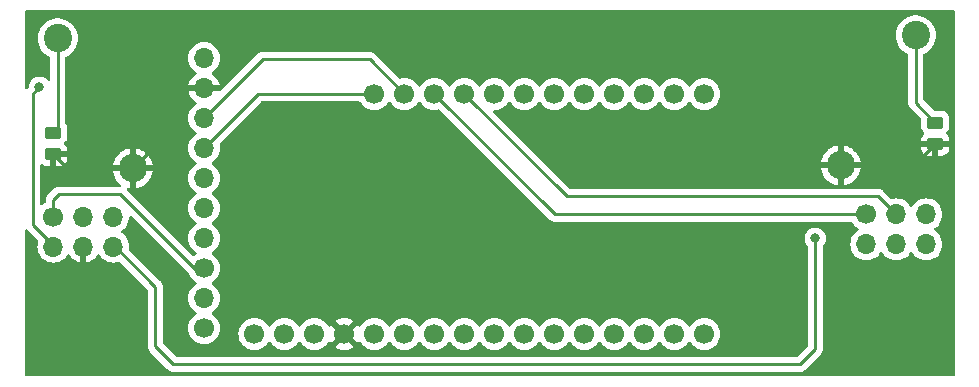
<source format=gbr>
%TF.GenerationSoftware,KiCad,Pcbnew,(7.0.0)*%
%TF.CreationDate,2023-03-18T03:14:20-07:00*%
%TF.ProjectId,Voltage_Sensor_Timer,566f6c74-6167-4655-9f53-656e736f725f,0*%
%TF.SameCoordinates,Original*%
%TF.FileFunction,Copper,L2,Bot*%
%TF.FilePolarity,Positive*%
%FSLAX46Y46*%
G04 Gerber Fmt 4.6, Leading zero omitted, Abs format (unit mm)*
G04 Created by KiCad (PCBNEW (7.0.0)) date 2023-03-18 03:14:20*
%MOMM*%
%LPD*%
G01*
G04 APERTURE LIST*
G04 Aperture macros list*
%AMRoundRect*
0 Rectangle with rounded corners*
0 $1 Rounding radius*
0 $2 $3 $4 $5 $6 $7 $8 $9 X,Y pos of 4 corners*
0 Add a 4 corners polygon primitive as box body*
4,1,4,$2,$3,$4,$5,$6,$7,$8,$9,$2,$3,0*
0 Add four circle primitives for the rounded corners*
1,1,$1+$1,$2,$3*
1,1,$1+$1,$4,$5*
1,1,$1+$1,$6,$7*
1,1,$1+$1,$8,$9*
0 Add four rect primitives between the rounded corners*
20,1,$1+$1,$2,$3,$4,$5,0*
20,1,$1+$1,$4,$5,$6,$7,0*
20,1,$1+$1,$6,$7,$8,$9,0*
20,1,$1+$1,$8,$9,$2,$3,0*%
%AMHorizOval*
0 Thick line with rounded ends*
0 $1 width*
0 $2 $3 position (X,Y) of the first rounded end (center of the circle)*
0 $4 $5 position (X,Y) of the second rounded end (center of the circle)*
0 Add line between two ends*
20,1,$1,$2,$3,$4,$5,0*
0 Add two circle primitives to create the rounded ends*
1,1,$1,$2,$3*
1,1,$1,$4,$5*%
G04 Aperture macros list end*
%TA.AperFunction,ComponentPad*%
%ADD10C,1.700000*%
%TD*%
%TA.AperFunction,ComponentPad*%
%ADD11C,2.400000*%
%TD*%
%TA.AperFunction,ComponentPad*%
%ADD12HorizOval,2.400000X0.000000X0.000000X0.000000X0.000000X0*%
%TD*%
%TA.AperFunction,ComponentPad*%
%ADD13O,1.700000X1.700000*%
%TD*%
%TA.AperFunction,SMDPad,CuDef*%
%ADD14RoundRect,0.250000X-0.450000X0.262500X-0.450000X-0.262500X0.450000X-0.262500X0.450000X0.262500X0*%
%TD*%
%TA.AperFunction,ComponentPad*%
%ADD15HorizOval,2.400000X0.000000X0.000000X0.000000X0.000000X0*%
%TD*%
%TA.AperFunction,ViaPad*%
%ADD16C,0.800000*%
%TD*%
%TA.AperFunction,Conductor*%
%ADD17C,0.250000*%
%TD*%
G04 APERTURE END LIST*
D10*
%TO.P,ESP1,0,RESET*%
%TO.N,RESET*%
X132599192Y-106144732D03*
%TO.P,ESP1,1,3.3V*%
%TO.N,unconnected-(ESP1-3.3V-Pad1)*%
X135139192Y-106144732D03*
%TO.P,ESP1,2,3.3V*%
%TO.N,3.3V*%
X137679192Y-106144732D03*
%TO.P,ESP1,3,GND*%
%TO.N,GND*%
X140219192Y-106144732D03*
%TO.P,ESP1,4,A0*%
%TO.N,A0*%
X142759192Y-106144732D03*
%TO.P,ESP1,5,A1*%
%TO.N,A1*%
X145299192Y-106144732D03*
%TO.P,ESP1,6,A2*%
%TO.N,A2*%
X147839192Y-106144732D03*
%TO.P,ESP1,7,A3*%
%TO.N,A3*%
X150379192Y-106144732D03*
%TO.P,ESP1,8,A4*%
%TO.N,A4*%
X152919192Y-106144732D03*
%TO.P,ESP1,9,A5*%
%TO.N,A5*%
X155459192Y-106144732D03*
%TO.P,ESP1,10,SCK*%
%TO.N,SCK*%
X157999192Y-106144732D03*
%TO.P,ESP1,11,MOSI*%
%TO.N,MOSI*%
X160539192Y-106144732D03*
%TO.P,ESP1,12,MISO*%
%TO.N,MISO*%
X163079192Y-106144732D03*
%TO.P,ESP1,13,RX*%
%TO.N,RX*%
X165619192Y-106144732D03*
%TO.P,ESP1,14,TX*%
%TO.N,TX*%
X168159192Y-106144732D03*
%TO.P,ESP1,15,TXD0*%
%TO.N,TXDO*%
X170699192Y-106144732D03*
%TO.P,ESP1,16,VBAT*%
%TO.N,VBAT*%
X170699192Y-85824732D03*
%TO.P,ESP1,17,EN*%
%TO.N,unconnected-(ESP1-EN-Pad17)*%
X168159192Y-85824732D03*
%TO.P,ESP1,18,VBUS*%
%TO.N,unconnected-(ESP1-VBUS-Pad18)*%
X165619192Y-85824732D03*
%TO.P,ESP1,19,D13*%
%TO.N,unconnected-(ESP1-D13-Pad19)*%
X163079192Y-85824732D03*
%TO.P,ESP1,20,D12*%
%TO.N,unconnected-(ESP1-D12-Pad20)*%
X160539192Y-85824732D03*
%TO.P,ESP1,21,D11*%
%TO.N,unconnected-(ESP1-D11-Pad21)*%
X157999192Y-85824732D03*
%TO.P,ESP1,22,D10*%
%TO.N,D10*%
X155459192Y-85824732D03*
%TO.P,ESP1,23,D9*%
%TO.N,D9*%
X152919192Y-85824732D03*
%TO.P,ESP1,24,D6*%
%TO.N,D6*%
X150379192Y-85824732D03*
%TO.P,ESP1,25,D5*%
%TO.N,D5*%
X147839192Y-85824732D03*
%TO.P,ESP1,26,SCL*%
%TO.N,SCL*%
X145299192Y-85824732D03*
%TO.P,ESP1,27,SDA*%
%TO.N,SDA*%
X142759192Y-85824732D03*
%TD*%
D11*
%TO.P,R2,1*%
%TO.N,AN0*%
X188595000Y-80860739D03*
D12*
%TO.P,R2,2*%
%TO.N,GND*%
X182244999Y-91859261D03*
%TD*%
D10*
%TO.P,J2,1,Pin_1*%
%TO.N,AN3*%
X128342521Y-105641979D03*
D13*
%TO.P,J2,2,Pin_2*%
%TO.N,AN2*%
X128342520Y-103101978D03*
D10*
%TO.P,J2,3,Pin_3*%
%TO.N,AN1*%
X128342521Y-100561979D03*
D13*
%TO.P,J2,4,Pin_4*%
%TO.N,AN0*%
X128342520Y-98021978D03*
%TO.P,J2,5,Pin_5*%
%TO.N,ALRT*%
X128342520Y-95481978D03*
%TO.P,J2,6,Pin_6*%
%TO.N,ADDR*%
X128342520Y-92941978D03*
%TO.P,J2,7,Pin_7*%
%TO.N,SDA*%
X128342520Y-90401978D03*
%TO.P,J2,8,Pin_8*%
%TO.N,SCL*%
X128342520Y-87861978D03*
%TO.P,J2,9,Pin_9*%
%TO.N,GND*%
X128342520Y-85321978D03*
%TO.P,J2,10,Pin_10*%
%TO.N,3.3V*%
X128342520Y-82781978D03*
%TD*%
D14*
%TO.P,R4,1*%
%TO.N,AN2*%
X115570000Y-89107000D03*
%TO.P,R4,2*%
%TO.N,GND*%
X115570000Y-90932000D03*
%TD*%
D10*
%TO.P,J1,1,Pin_1*%
%TO.N,AN1*%
X115585000Y-96204000D03*
D13*
%TO.P,J1,2,Pin_2*%
%TO.N,AN0*%
X115584999Y-98743999D03*
%TO.P,J1,3,Pin_3*%
%TO.N,AN2*%
X118124999Y-96203999D03*
%TO.P,J1,4,Pin_4*%
%TO.N,GND*%
X118124999Y-98743999D03*
%TO.P,J1,5,Pin_5*%
%TO.N,AN3*%
X120664999Y-96203999D03*
%TO.P,J1,6,Pin_6*%
%TO.N,VBAT*%
X120664999Y-98743999D03*
%TD*%
D10*
%TO.P,J4,1,Pin_1*%
%TO.N,D5*%
X184404000Y-96012000D03*
D13*
%TO.P,J4,2,Pin_2*%
%TO.N,A0*%
X184403999Y-98551999D03*
%TO.P,J4,3,Pin_3*%
%TO.N,D6*%
X186943999Y-96011999D03*
%TO.P,J4,4,Pin_4*%
%TO.N,A2*%
X186943999Y-98551999D03*
%TO.P,J4,5,Pin_5*%
%TO.N,D9*%
X189483999Y-96011999D03*
%TO.P,J4,6,Pin_6*%
%TO.N,A1*%
X189483999Y-98551999D03*
%TD*%
D14*
%TO.P,R1,1*%
%TO.N,AN0*%
X190246000Y-88241500D03*
%TO.P,R1,2*%
%TO.N,GND*%
X190246000Y-90066500D03*
%TD*%
D11*
%TO.P,R3,1*%
%TO.N,AN2*%
X115951000Y-81114739D03*
D15*
%TO.P,R3,2*%
%TO.N,GND*%
X122300999Y-92113261D03*
%TD*%
D16*
%TO.N,AN0*%
X114398104Y-85257568D03*
%TO.N,VBAT*%
X180086000Y-98044000D03*
%TD*%
D17*
%TO.N,GND*%
X115570000Y-90932000D02*
X116751262Y-92113262D01*
X125222000Y-87122000D02*
X127022021Y-85321979D01*
X121958262Y-92456000D02*
X122301000Y-92113262D01*
X122301000Y-92113262D02*
X125222000Y-89192262D01*
X125222000Y-89192262D02*
X125222000Y-87122000D01*
X116751262Y-92113262D02*
X122301000Y-92113262D01*
X127022021Y-85321979D02*
X128342521Y-85321979D01*
X190246000Y-90066500D02*
X188453238Y-91859262D01*
X188453238Y-91859262D02*
X182245000Y-91859262D01*
%TO.N,AN2*%
X115951000Y-88726000D02*
X115570000Y-89107000D01*
X115951000Y-81114739D02*
X115951000Y-88726000D01*
%TO.N,AN1*%
X115545256Y-96058029D02*
X115545256Y-94801765D01*
X127509690Y-100561979D02*
X128342521Y-100561979D01*
X121261498Y-94313787D02*
X127509690Y-100561979D01*
X115545256Y-94801765D02*
X116033234Y-94313787D01*
X116033234Y-94313787D02*
X121261498Y-94313787D01*
%TO.N,AN0*%
X188595000Y-86590500D02*
X190246000Y-88241500D01*
X114398104Y-85257568D02*
X113841958Y-85813714D01*
X188595000Y-80860739D02*
X188595000Y-86590500D01*
X113841958Y-85813714D02*
X113841958Y-96895633D01*
X113841958Y-96895633D02*
X115544354Y-98598029D01*
X115544354Y-98598029D02*
X115545256Y-98598029D01*
%TO.N,SDA*%
X128342521Y-90401979D02*
X132919768Y-85824732D01*
X132919768Y-85824732D02*
X142759192Y-85824732D01*
%TO.N,SCL*%
X142357603Y-82883143D02*
X145299192Y-85824732D01*
X133321357Y-82883143D02*
X142357603Y-82883143D01*
X128342521Y-87861979D02*
X133321357Y-82883143D01*
%TO.N,D5*%
X158026460Y-96012000D02*
X147839192Y-85824732D01*
X184389000Y-96012000D02*
X158026460Y-96012000D01*
%TO.N,D6*%
X185405000Y-94488000D02*
X159042460Y-94488000D01*
X186929000Y-96012000D02*
X185405000Y-94488000D01*
X159042460Y-94488000D02*
X150379192Y-85824732D01*
%TO.N,VBAT*%
X180086000Y-107442000D02*
X178816000Y-108712000D01*
X178816000Y-108712000D02*
X125730000Y-108712000D01*
X180086000Y-98044000D02*
X180086000Y-107442000D01*
X124206000Y-107188000D02*
X124206000Y-102132744D01*
X125730000Y-108712000D02*
X124206000Y-107188000D01*
X124206000Y-102132744D02*
X120625256Y-98552000D01*
%TD*%
%TA.AperFunction,Conductor*%
%TO.N,GND*%
G36*
X191836718Y-78756666D02*
G01*
X191882105Y-78802053D01*
X191898718Y-78864053D01*
X191898718Y-109603500D01*
X191882105Y-109665500D01*
X191836718Y-109710887D01*
X191774718Y-109727500D01*
X113283718Y-109727500D01*
X113221718Y-109710887D01*
X113176331Y-109665500D01*
X113159718Y-109603500D01*
X113159718Y-97401886D01*
X113173589Y-97344898D01*
X113212099Y-97300660D01*
X113266632Y-97279069D01*
X113324987Y-97284955D01*
X113374110Y-97317002D01*
X113377778Y-97320908D01*
X113382364Y-97327220D01*
X113388373Y-97332191D01*
X113388375Y-97332193D01*
X113416016Y-97355059D01*
X113424657Y-97362922D01*
X114267019Y-98205284D01*
X114299113Y-98260871D01*
X114299113Y-98325057D01*
X114251337Y-98503362D01*
X114251334Y-98503376D01*
X114249937Y-98508592D01*
X114249465Y-98513977D01*
X114249465Y-98513982D01*
X114243598Y-98581043D01*
X114229341Y-98744000D01*
X114229813Y-98749395D01*
X114242745Y-98897211D01*
X114249937Y-98979408D01*
X114251336Y-98984630D01*
X114251337Y-98984634D01*
X114309694Y-99202430D01*
X114309697Y-99202438D01*
X114311097Y-99207663D01*
X114313385Y-99212570D01*
X114313386Y-99212572D01*
X114408678Y-99416927D01*
X114408681Y-99416933D01*
X114410965Y-99421830D01*
X114414064Y-99426257D01*
X114414066Y-99426259D01*
X114543399Y-99610966D01*
X114543402Y-99610970D01*
X114546505Y-99615401D01*
X114713599Y-99782495D01*
X114718031Y-99785598D01*
X114718033Y-99785600D01*
X114775592Y-99825903D01*
X114907170Y-99918035D01*
X115121337Y-100017903D01*
X115126567Y-100019304D01*
X115126569Y-100019305D01*
X115168619Y-100030572D01*
X115349592Y-100079063D01*
X115585000Y-100099659D01*
X115820408Y-100079063D01*
X116048663Y-100017903D01*
X116262830Y-99918035D01*
X116456401Y-99782495D01*
X116623495Y-99615401D01*
X116753730Y-99429405D01*
X116798048Y-99390540D01*
X116855305Y-99376529D01*
X116912562Y-99390540D01*
X116956880Y-99429405D01*
X117083784Y-99610643D01*
X117090721Y-99618909D01*
X117250090Y-99778278D01*
X117258356Y-99785215D01*
X117442991Y-99914498D01*
X117452323Y-99919886D01*
X117656602Y-100015143D01*
X117666736Y-100018831D01*
X117861219Y-100070943D01*
X117872448Y-100071311D01*
X117875000Y-100060369D01*
X117875000Y-98618000D01*
X117891613Y-98556000D01*
X117937000Y-98510613D01*
X117999000Y-98494000D01*
X118251000Y-98494000D01*
X118313000Y-98510613D01*
X118358387Y-98556000D01*
X118375000Y-98618000D01*
X118375000Y-100060369D01*
X118377551Y-100071311D01*
X118388780Y-100070943D01*
X118583263Y-100018831D01*
X118593397Y-100015143D01*
X118797676Y-99919886D01*
X118807008Y-99914498D01*
X118991643Y-99785215D01*
X118999909Y-99778278D01*
X119159278Y-99618909D01*
X119166219Y-99610638D01*
X119293119Y-99429406D01*
X119337437Y-99390540D01*
X119394694Y-99376529D01*
X119451951Y-99390540D01*
X119496269Y-99429405D01*
X119623399Y-99610966D01*
X119623402Y-99610970D01*
X119626505Y-99615401D01*
X119793599Y-99782495D01*
X119798031Y-99785598D01*
X119798033Y-99785600D01*
X119855592Y-99825903D01*
X119987170Y-99918035D01*
X120201337Y-100017903D01*
X120206567Y-100019304D01*
X120206569Y-100019305D01*
X120248619Y-100030572D01*
X120429592Y-100079063D01*
X120665000Y-100099659D01*
X120900408Y-100079063D01*
X121120956Y-100019968D01*
X121185141Y-100019968D01*
X121240728Y-100052062D01*
X123544181Y-102355515D01*
X123571061Y-102395743D01*
X123580500Y-102443196D01*
X123580500Y-107110225D01*
X123579978Y-107121280D01*
X123578327Y-107128667D01*
X123578571Y-107136453D01*
X123578571Y-107136461D01*
X123580439Y-107195873D01*
X123580500Y-107199768D01*
X123580500Y-107227350D01*
X123580988Y-107231219D01*
X123580989Y-107231225D01*
X123581004Y-107231343D01*
X123581918Y-107242966D01*
X123583045Y-107278830D01*
X123583046Y-107278837D01*
X123583291Y-107286627D01*
X123585467Y-107294119D01*
X123585468Y-107294121D01*
X123588879Y-107305862D01*
X123592825Y-107324915D01*
X123595336Y-107344792D01*
X123598206Y-107352042D01*
X123598208Y-107352048D01*
X123611414Y-107385404D01*
X123615197Y-107396451D01*
X123627382Y-107438390D01*
X123631353Y-107445105D01*
X123631354Y-107445107D01*
X123637581Y-107455637D01*
X123646136Y-107473099D01*
X123650642Y-107484480D01*
X123650643Y-107484483D01*
X123653514Y-107491732D01*
X123674792Y-107521019D01*
X123679181Y-107527060D01*
X123685593Y-107536822D01*
X123703856Y-107567702D01*
X123703859Y-107567707D01*
X123707830Y-107574420D01*
X123713345Y-107579935D01*
X123721990Y-107588580D01*
X123734626Y-107603374D01*
X123741819Y-107613275D01*
X123741823Y-107613279D01*
X123746406Y-107619587D01*
X123752415Y-107624558D01*
X123752416Y-107624559D01*
X123780058Y-107647426D01*
X123788699Y-107655289D01*
X125232707Y-109099298D01*
X125240159Y-109107487D01*
X125244214Y-109113877D01*
X125293223Y-109159900D01*
X125296020Y-109162611D01*
X125315529Y-109182120D01*
X125318709Y-109184587D01*
X125327571Y-109192155D01*
X125340880Y-109204654D01*
X125353732Y-109216723D01*
X125353734Y-109216724D01*
X125359418Y-109222062D01*
X125366251Y-109225818D01*
X125366252Y-109225819D01*
X125376973Y-109231713D01*
X125393234Y-109242394D01*
X125409064Y-109254673D01*
X125449155Y-109272021D01*
X125459635Y-109277155D01*
X125497908Y-109298197D01*
X125517316Y-109303180D01*
X125535719Y-109309481D01*
X125546944Y-109314339D01*
X125546946Y-109314339D01*
X125554104Y-109317437D01*
X125597258Y-109324271D01*
X125608644Y-109326629D01*
X125650981Y-109337500D01*
X125671017Y-109337500D01*
X125690415Y-109339027D01*
X125702486Y-109340939D01*
X125702487Y-109340939D01*
X125710196Y-109342160D01*
X125748276Y-109338560D01*
X125753676Y-109338050D01*
X125765345Y-109337500D01*
X178738225Y-109337500D01*
X178749280Y-109338021D01*
X178756667Y-109339673D01*
X178823872Y-109337561D01*
X178827768Y-109337500D01*
X178851448Y-109337500D01*
X178855350Y-109337500D01*
X178859313Y-109336999D01*
X178870963Y-109336080D01*
X178914627Y-109334709D01*
X178933861Y-109329119D01*
X178952917Y-109325174D01*
X178972792Y-109322664D01*
X179013395Y-109306587D01*
X179024450Y-109302802D01*
X179066390Y-109290618D01*
X179083629Y-109280422D01*
X179101103Y-109271862D01*
X179112474Y-109267360D01*
X179112476Y-109267358D01*
X179119732Y-109264486D01*
X179155069Y-109238811D01*
X179164824Y-109232403D01*
X179202420Y-109210170D01*
X179216584Y-109196005D01*
X179231379Y-109183368D01*
X179247587Y-109171594D01*
X179275428Y-109137938D01*
X179283279Y-109129309D01*
X180473311Y-107939278D01*
X180481481Y-107931844D01*
X180487877Y-107927786D01*
X180533918Y-107878756D01*
X180536535Y-107876054D01*
X180556120Y-107856471D01*
X180558585Y-107853292D01*
X180566167Y-107844416D01*
X180596062Y-107812582D01*
X180605713Y-107795023D01*
X180616390Y-107778770D01*
X180628673Y-107762936D01*
X180646018Y-107722852D01*
X180651151Y-107712371D01*
X180672197Y-107674092D01*
X180677179Y-107654684D01*
X180683482Y-107636276D01*
X180691437Y-107617896D01*
X180698271Y-107574744D01*
X180700633Y-107563338D01*
X180711500Y-107521019D01*
X180711500Y-107500983D01*
X180713027Y-107481585D01*
X180714939Y-107469513D01*
X180714938Y-107469513D01*
X180716160Y-107461804D01*
X180712050Y-107418324D01*
X180711500Y-107406655D01*
X180711500Y-98742687D01*
X180719736Y-98698249D01*
X180743350Y-98659715D01*
X180780910Y-98618000D01*
X180818533Y-98576216D01*
X180913179Y-98412284D01*
X180971674Y-98232256D01*
X180991460Y-98044000D01*
X180973611Y-97874171D01*
X180972353Y-97862204D01*
X180972352Y-97862203D01*
X180971674Y-97855744D01*
X180913179Y-97675716D01*
X180818533Y-97511784D01*
X180732957Y-97416743D01*
X180696220Y-97375942D01*
X180696219Y-97375941D01*
X180691871Y-97371112D01*
X180686613Y-97367292D01*
X180686611Y-97367290D01*
X180543988Y-97263669D01*
X180543987Y-97263668D01*
X180538730Y-97259849D01*
X180499753Y-97242495D01*
X180371745Y-97185501D01*
X180371740Y-97185499D01*
X180365803Y-97182856D01*
X180359444Y-97181504D01*
X180359440Y-97181503D01*
X180187008Y-97144852D01*
X180187005Y-97144851D01*
X180180646Y-97143500D01*
X179991354Y-97143500D01*
X179984995Y-97144851D01*
X179984991Y-97144852D01*
X179812559Y-97181503D01*
X179812552Y-97181505D01*
X179806197Y-97182856D01*
X179800262Y-97185498D01*
X179800254Y-97185501D01*
X179639207Y-97257205D01*
X179639202Y-97257207D01*
X179633270Y-97259849D01*
X179628016Y-97263665D01*
X179628011Y-97263669D01*
X179485388Y-97367290D01*
X179485381Y-97367295D01*
X179480129Y-97371112D01*
X179475784Y-97375937D01*
X179475779Y-97375942D01*
X179357813Y-97506956D01*
X179357808Y-97506962D01*
X179353467Y-97511784D01*
X179350222Y-97517404D01*
X179350218Y-97517410D01*
X179262069Y-97670089D01*
X179262066Y-97670094D01*
X179258821Y-97675716D01*
X179256815Y-97681888D01*
X179256813Y-97681894D01*
X179202333Y-97849564D01*
X179202331Y-97849573D01*
X179200326Y-97855744D01*
X179199648Y-97862194D01*
X179199646Y-97862204D01*
X179183421Y-98016584D01*
X179180540Y-98044000D01*
X179181219Y-98050460D01*
X179199646Y-98225795D01*
X179199647Y-98225803D01*
X179200326Y-98232256D01*
X179202331Y-98238428D01*
X179202333Y-98238435D01*
X179230479Y-98325057D01*
X179258821Y-98412284D01*
X179262068Y-98417908D01*
X179262069Y-98417910D01*
X179342600Y-98557395D01*
X179353467Y-98576216D01*
X179357811Y-98581041D01*
X179357813Y-98581043D01*
X179428650Y-98659715D01*
X179452264Y-98698249D01*
X179460500Y-98742687D01*
X179460500Y-107131547D01*
X179451061Y-107179000D01*
X179424181Y-107219228D01*
X178593228Y-108050181D01*
X178553000Y-108077061D01*
X178505547Y-108086500D01*
X126040453Y-108086500D01*
X125993000Y-108077061D01*
X125952772Y-108050181D01*
X124867819Y-106965228D01*
X124840939Y-106925000D01*
X124831500Y-106877547D01*
X124831500Y-102210519D01*
X124832021Y-102199463D01*
X124833673Y-102192077D01*
X124831561Y-102124857D01*
X124831500Y-102120963D01*
X124831500Y-102097286D01*
X124831500Y-102093394D01*
X124830998Y-102089427D01*
X124830081Y-102077770D01*
X124828710Y-102034117D01*
X124823118Y-102014872D01*
X124819174Y-101995827D01*
X124816664Y-101975952D01*
X124800579Y-101935327D01*
X124796806Y-101924306D01*
X124784618Y-101882354D01*
X124774417Y-101865104D01*
X124765863Y-101847645D01*
X124758486Y-101829012D01*
X124732808Y-101793669D01*
X124726401Y-101783915D01*
X124708142Y-101753040D01*
X124708141Y-101753038D01*
X124704170Y-101746324D01*
X124690004Y-101732158D01*
X124677370Y-101717366D01*
X124665594Y-101701157D01*
X124659583Y-101696184D01*
X124659581Y-101696182D01*
X124631941Y-101673317D01*
X124623300Y-101665454D01*
X122035885Y-99078038D01*
X122005287Y-99027588D01*
X122002175Y-98979592D01*
X122000063Y-98979408D01*
X122020187Y-98749395D01*
X122020659Y-98744000D01*
X122000063Y-98508592D01*
X121938903Y-98280337D01*
X121839035Y-98066171D01*
X121703495Y-97872599D01*
X121536401Y-97705505D01*
X121531970Y-97702402D01*
X121531966Y-97702399D01*
X121350841Y-97575574D01*
X121311976Y-97531256D01*
X121297965Y-97473999D01*
X121311976Y-97416742D01*
X121350839Y-97372426D01*
X121536401Y-97242495D01*
X121703495Y-97075401D01*
X121839035Y-96881830D01*
X121938903Y-96667663D01*
X122000063Y-96439408D01*
X122017310Y-96242270D01*
X122042462Y-96177593D01*
X122098427Y-96136557D01*
X122167676Y-96132018D01*
X122228518Y-96165397D01*
X124620515Y-98557395D01*
X127012397Y-100949277D01*
X127019849Y-100957466D01*
X127023904Y-100963856D01*
X127029585Y-100969191D01*
X127029587Y-100969193D01*
X127036898Y-100976058D01*
X127067949Y-101023147D01*
X127068618Y-101025642D01*
X127070906Y-101030549D01*
X127070907Y-101030551D01*
X127166199Y-101234906D01*
X127166202Y-101234912D01*
X127168486Y-101239809D01*
X127171585Y-101244236D01*
X127171587Y-101244238D01*
X127300920Y-101428945D01*
X127300923Y-101428949D01*
X127304026Y-101433380D01*
X127471120Y-101600474D01*
X127475553Y-101603578D01*
X127475559Y-101603583D01*
X127656679Y-101730404D01*
X127695545Y-101774722D01*
X127709556Y-101831979D01*
X127695545Y-101889236D01*
X127656680Y-101933554D01*
X127475562Y-102060374D01*
X127471120Y-102063484D01*
X127467296Y-102067307D01*
X127467290Y-102067313D01*
X127307855Y-102226748D01*
X127307849Y-102226754D01*
X127304026Y-102230578D01*
X127300923Y-102235008D01*
X127300920Y-102235013D01*
X127171594Y-102419710D01*
X127171589Y-102419717D01*
X127168486Y-102424150D01*
X127166198Y-102429056D01*
X127166196Y-102429060D01*
X127070907Y-102633406D01*
X127070904Y-102633411D01*
X127068618Y-102638316D01*
X127067219Y-102643536D01*
X127067215Y-102643548D01*
X127008858Y-102861344D01*
X127008856Y-102861350D01*
X127007458Y-102866571D01*
X126986862Y-103101979D01*
X127007458Y-103337387D01*
X127008857Y-103342609D01*
X127008858Y-103342613D01*
X127067215Y-103560409D01*
X127067218Y-103560417D01*
X127068618Y-103565642D01*
X127070906Y-103570549D01*
X127070907Y-103570551D01*
X127166199Y-103774906D01*
X127166202Y-103774912D01*
X127168486Y-103779809D01*
X127171585Y-103784236D01*
X127171587Y-103784238D01*
X127300920Y-103968945D01*
X127300923Y-103968949D01*
X127304026Y-103973380D01*
X127471120Y-104140474D01*
X127475553Y-104143578D01*
X127475559Y-104143583D01*
X127656679Y-104270404D01*
X127695545Y-104314722D01*
X127709556Y-104371979D01*
X127695545Y-104429236D01*
X127656680Y-104473554D01*
X127475562Y-104600374D01*
X127471120Y-104603484D01*
X127467296Y-104607307D01*
X127467290Y-104607313D01*
X127307855Y-104766748D01*
X127307849Y-104766754D01*
X127304026Y-104770578D01*
X127300923Y-104775008D01*
X127300920Y-104775013D01*
X127171594Y-104959710D01*
X127171589Y-104959717D01*
X127168486Y-104964150D01*
X127166198Y-104969056D01*
X127166196Y-104969060D01*
X127070907Y-105173406D01*
X127070904Y-105173411D01*
X127068618Y-105178316D01*
X127067219Y-105183536D01*
X127067215Y-105183548D01*
X127008858Y-105401344D01*
X127008856Y-105401350D01*
X127007458Y-105406571D01*
X127006986Y-105411956D01*
X127006986Y-105411961D01*
X127001750Y-105471813D01*
X126986862Y-105641979D01*
X126987334Y-105647374D01*
X126998905Y-105779636D01*
X127007458Y-105877387D01*
X127008857Y-105882609D01*
X127008858Y-105882613D01*
X127067215Y-106100409D01*
X127067218Y-106100417D01*
X127068618Y-106105642D01*
X127070906Y-106110549D01*
X127070907Y-106110551D01*
X127166199Y-106314906D01*
X127166202Y-106314912D01*
X127168486Y-106319809D01*
X127171585Y-106324236D01*
X127171587Y-106324238D01*
X127300920Y-106508945D01*
X127300923Y-106508949D01*
X127304026Y-106513380D01*
X127471120Y-106680474D01*
X127664691Y-106816014D01*
X127878858Y-106915882D01*
X128107113Y-106977042D01*
X128342521Y-106997638D01*
X128577929Y-106977042D01*
X128806184Y-106915882D01*
X129020351Y-106816014D01*
X129213922Y-106680474D01*
X129381016Y-106513380D01*
X129516556Y-106319809D01*
X129598196Y-106144732D01*
X131243533Y-106144732D01*
X131244005Y-106150127D01*
X131258850Y-106319809D01*
X131264129Y-106380140D01*
X131265528Y-106385362D01*
X131265529Y-106385366D01*
X131323886Y-106603162D01*
X131323889Y-106603170D01*
X131325289Y-106608395D01*
X131327577Y-106613302D01*
X131327578Y-106613304D01*
X131422870Y-106817659D01*
X131422873Y-106817665D01*
X131425157Y-106822562D01*
X131428256Y-106826989D01*
X131428258Y-106826991D01*
X131557591Y-107011698D01*
X131557594Y-107011702D01*
X131560697Y-107016133D01*
X131727791Y-107183227D01*
X131732223Y-107186330D01*
X131732225Y-107186332D01*
X131864326Y-107278830D01*
X131921362Y-107318767D01*
X132135529Y-107418635D01*
X132363784Y-107479795D01*
X132599192Y-107500391D01*
X132834600Y-107479795D01*
X133062855Y-107418635D01*
X133277022Y-107318767D01*
X133470593Y-107183227D01*
X133637687Y-107016133D01*
X133767616Y-106830574D01*
X133811935Y-106791708D01*
X133869192Y-106777697D01*
X133926449Y-106791708D01*
X133970767Y-106830574D01*
X134097587Y-107011693D01*
X134097593Y-107011700D01*
X134100697Y-107016133D01*
X134267791Y-107183227D01*
X134272223Y-107186330D01*
X134272225Y-107186332D01*
X134404326Y-107278830D01*
X134461362Y-107318767D01*
X134675529Y-107418635D01*
X134903784Y-107479795D01*
X135139192Y-107500391D01*
X135374600Y-107479795D01*
X135602855Y-107418635D01*
X135817022Y-107318767D01*
X136010593Y-107183227D01*
X136177687Y-107016133D01*
X136307616Y-106830574D01*
X136351935Y-106791708D01*
X136409192Y-106777697D01*
X136466449Y-106791708D01*
X136510767Y-106830574D01*
X136637587Y-107011693D01*
X136637593Y-107011700D01*
X136640697Y-107016133D01*
X136807791Y-107183227D01*
X136812223Y-107186330D01*
X136812225Y-107186332D01*
X136944326Y-107278830D01*
X137001362Y-107318767D01*
X137215529Y-107418635D01*
X137443784Y-107479795D01*
X137679192Y-107500391D01*
X137914600Y-107479795D01*
X138142855Y-107418635D01*
X138357022Y-107318767D01*
X138441898Y-107259336D01*
X139461508Y-107259336D01*
X139468939Y-107267445D01*
X139537183Y-107315230D01*
X139546515Y-107320618D01*
X139750794Y-107415875D01*
X139760928Y-107419563D01*
X139978638Y-107477898D01*
X139989269Y-107479773D01*
X140213797Y-107499417D01*
X140224587Y-107499417D01*
X140449114Y-107479773D01*
X140459745Y-107477898D01*
X140677455Y-107419563D01*
X140687589Y-107415875D01*
X140891863Y-107320620D01*
X140901208Y-107315224D01*
X140969440Y-107267447D01*
X140976873Y-107259335D01*
X140970960Y-107250053D01*
X140230734Y-106509827D01*
X140219192Y-106503163D01*
X140207649Y-106509827D01*
X139467422Y-107250053D01*
X139461508Y-107259336D01*
X138441898Y-107259336D01*
X138550593Y-107183227D01*
X138717687Y-107016133D01*
X138847922Y-106830137D01*
X138892240Y-106791272D01*
X138949497Y-106777261D01*
X139006754Y-106791271D01*
X139051072Y-106830137D01*
X139096478Y-106894983D01*
X139104587Y-106902414D01*
X139113866Y-106896503D01*
X139854096Y-106156274D01*
X139860760Y-106144732D01*
X140577623Y-106144732D01*
X140584287Y-106156274D01*
X141324513Y-106896500D01*
X141333795Y-106902413D01*
X141341907Y-106894980D01*
X141387312Y-106830137D01*
X141431630Y-106791271D01*
X141488886Y-106777261D01*
X141546143Y-106791272D01*
X141590461Y-106830137D01*
X141717591Y-107011698D01*
X141717594Y-107011702D01*
X141720697Y-107016133D01*
X141887791Y-107183227D01*
X141892223Y-107186330D01*
X141892225Y-107186332D01*
X142024326Y-107278830D01*
X142081362Y-107318767D01*
X142295529Y-107418635D01*
X142523784Y-107479795D01*
X142759192Y-107500391D01*
X142994600Y-107479795D01*
X143222855Y-107418635D01*
X143437022Y-107318767D01*
X143630593Y-107183227D01*
X143797687Y-107016133D01*
X143927616Y-106830574D01*
X143971935Y-106791708D01*
X144029192Y-106777697D01*
X144086449Y-106791708D01*
X144130767Y-106830574D01*
X144257587Y-107011693D01*
X144257593Y-107011700D01*
X144260697Y-107016133D01*
X144427791Y-107183227D01*
X144432223Y-107186330D01*
X144432225Y-107186332D01*
X144564326Y-107278830D01*
X144621362Y-107318767D01*
X144835529Y-107418635D01*
X145063784Y-107479795D01*
X145299192Y-107500391D01*
X145534600Y-107479795D01*
X145762855Y-107418635D01*
X145977022Y-107318767D01*
X146170593Y-107183227D01*
X146337687Y-107016133D01*
X146467616Y-106830574D01*
X146511935Y-106791708D01*
X146569192Y-106777697D01*
X146626449Y-106791708D01*
X146670767Y-106830574D01*
X146797587Y-107011693D01*
X146797593Y-107011700D01*
X146800697Y-107016133D01*
X146967791Y-107183227D01*
X146972223Y-107186330D01*
X146972225Y-107186332D01*
X147104326Y-107278830D01*
X147161362Y-107318767D01*
X147375529Y-107418635D01*
X147603784Y-107479795D01*
X147839192Y-107500391D01*
X148074600Y-107479795D01*
X148302855Y-107418635D01*
X148517022Y-107318767D01*
X148710593Y-107183227D01*
X148877687Y-107016133D01*
X149007616Y-106830574D01*
X149051935Y-106791708D01*
X149109192Y-106777697D01*
X149166449Y-106791708D01*
X149210767Y-106830574D01*
X149337587Y-107011693D01*
X149337593Y-107011700D01*
X149340697Y-107016133D01*
X149507791Y-107183227D01*
X149512223Y-107186330D01*
X149512225Y-107186332D01*
X149644326Y-107278830D01*
X149701362Y-107318767D01*
X149915529Y-107418635D01*
X150143784Y-107479795D01*
X150379192Y-107500391D01*
X150614600Y-107479795D01*
X150842855Y-107418635D01*
X151057022Y-107318767D01*
X151250593Y-107183227D01*
X151417687Y-107016133D01*
X151547616Y-106830574D01*
X151591935Y-106791708D01*
X151649192Y-106777697D01*
X151706449Y-106791708D01*
X151750767Y-106830574D01*
X151877587Y-107011693D01*
X151877593Y-107011700D01*
X151880697Y-107016133D01*
X152047791Y-107183227D01*
X152052223Y-107186330D01*
X152052225Y-107186332D01*
X152184326Y-107278830D01*
X152241362Y-107318767D01*
X152455529Y-107418635D01*
X152683784Y-107479795D01*
X152919192Y-107500391D01*
X153154600Y-107479795D01*
X153382855Y-107418635D01*
X153597022Y-107318767D01*
X153790593Y-107183227D01*
X153957687Y-107016133D01*
X154087616Y-106830574D01*
X154131935Y-106791708D01*
X154189192Y-106777697D01*
X154246449Y-106791708D01*
X154290767Y-106830574D01*
X154417587Y-107011693D01*
X154417593Y-107011700D01*
X154420697Y-107016133D01*
X154587791Y-107183227D01*
X154592223Y-107186330D01*
X154592225Y-107186332D01*
X154724326Y-107278830D01*
X154781362Y-107318767D01*
X154995529Y-107418635D01*
X155223784Y-107479795D01*
X155459192Y-107500391D01*
X155694600Y-107479795D01*
X155922855Y-107418635D01*
X156137022Y-107318767D01*
X156330593Y-107183227D01*
X156497687Y-107016133D01*
X156627616Y-106830574D01*
X156671935Y-106791708D01*
X156729192Y-106777697D01*
X156786449Y-106791708D01*
X156830767Y-106830574D01*
X156957587Y-107011693D01*
X156957593Y-107011700D01*
X156960697Y-107016133D01*
X157127791Y-107183227D01*
X157132223Y-107186330D01*
X157132225Y-107186332D01*
X157264326Y-107278830D01*
X157321362Y-107318767D01*
X157535529Y-107418635D01*
X157763784Y-107479795D01*
X157999192Y-107500391D01*
X158234600Y-107479795D01*
X158462855Y-107418635D01*
X158677022Y-107318767D01*
X158870593Y-107183227D01*
X159037687Y-107016133D01*
X159167616Y-106830574D01*
X159211935Y-106791708D01*
X159269192Y-106777697D01*
X159326449Y-106791708D01*
X159370767Y-106830574D01*
X159497587Y-107011693D01*
X159497593Y-107011700D01*
X159500697Y-107016133D01*
X159667791Y-107183227D01*
X159672223Y-107186330D01*
X159672225Y-107186332D01*
X159804326Y-107278830D01*
X159861362Y-107318767D01*
X160075529Y-107418635D01*
X160303784Y-107479795D01*
X160539192Y-107500391D01*
X160774600Y-107479795D01*
X161002855Y-107418635D01*
X161217022Y-107318767D01*
X161410593Y-107183227D01*
X161577687Y-107016133D01*
X161707616Y-106830574D01*
X161751935Y-106791708D01*
X161809192Y-106777697D01*
X161866449Y-106791708D01*
X161910767Y-106830574D01*
X162037587Y-107011693D01*
X162037593Y-107011700D01*
X162040697Y-107016133D01*
X162207791Y-107183227D01*
X162212223Y-107186330D01*
X162212225Y-107186332D01*
X162344326Y-107278830D01*
X162401362Y-107318767D01*
X162615529Y-107418635D01*
X162843784Y-107479795D01*
X163079192Y-107500391D01*
X163314600Y-107479795D01*
X163542855Y-107418635D01*
X163757022Y-107318767D01*
X163950593Y-107183227D01*
X164117687Y-107016133D01*
X164247616Y-106830574D01*
X164291935Y-106791708D01*
X164349192Y-106777697D01*
X164406449Y-106791708D01*
X164450767Y-106830574D01*
X164577587Y-107011693D01*
X164577593Y-107011700D01*
X164580697Y-107016133D01*
X164747791Y-107183227D01*
X164752223Y-107186330D01*
X164752225Y-107186332D01*
X164884326Y-107278830D01*
X164941362Y-107318767D01*
X165155529Y-107418635D01*
X165383784Y-107479795D01*
X165619192Y-107500391D01*
X165854600Y-107479795D01*
X166082855Y-107418635D01*
X166297022Y-107318767D01*
X166490593Y-107183227D01*
X166657687Y-107016133D01*
X166787616Y-106830574D01*
X166831935Y-106791708D01*
X166889192Y-106777697D01*
X166946449Y-106791708D01*
X166990767Y-106830574D01*
X167117587Y-107011693D01*
X167117593Y-107011700D01*
X167120697Y-107016133D01*
X167287791Y-107183227D01*
X167292223Y-107186330D01*
X167292225Y-107186332D01*
X167424326Y-107278830D01*
X167481362Y-107318767D01*
X167695529Y-107418635D01*
X167923784Y-107479795D01*
X168159192Y-107500391D01*
X168394600Y-107479795D01*
X168622855Y-107418635D01*
X168837022Y-107318767D01*
X169030593Y-107183227D01*
X169197687Y-107016133D01*
X169327616Y-106830574D01*
X169371935Y-106791708D01*
X169429192Y-106777697D01*
X169486449Y-106791708D01*
X169530767Y-106830574D01*
X169657587Y-107011693D01*
X169657593Y-107011700D01*
X169660697Y-107016133D01*
X169827791Y-107183227D01*
X169832223Y-107186330D01*
X169832225Y-107186332D01*
X169964326Y-107278830D01*
X170021362Y-107318767D01*
X170235529Y-107418635D01*
X170463784Y-107479795D01*
X170699192Y-107500391D01*
X170934600Y-107479795D01*
X171162855Y-107418635D01*
X171377022Y-107318767D01*
X171570593Y-107183227D01*
X171737687Y-107016133D01*
X171873227Y-106822562D01*
X171973095Y-106608395D01*
X172034255Y-106380140D01*
X172054851Y-106144732D01*
X172034255Y-105909324D01*
X171973095Y-105681069D01*
X171873227Y-105466903D01*
X171737687Y-105273331D01*
X171570593Y-105106237D01*
X171566162Y-105103134D01*
X171566158Y-105103131D01*
X171381451Y-104973798D01*
X171381449Y-104973796D01*
X171377022Y-104970697D01*
X171372125Y-104968413D01*
X171372119Y-104968410D01*
X171167764Y-104873118D01*
X171167762Y-104873117D01*
X171162855Y-104870829D01*
X171157630Y-104869429D01*
X171157622Y-104869426D01*
X170939826Y-104811069D01*
X170939822Y-104811068D01*
X170934600Y-104809669D01*
X170929212Y-104809197D01*
X170929209Y-104809197D01*
X170704587Y-104789545D01*
X170699192Y-104789073D01*
X170693797Y-104789545D01*
X170469174Y-104809197D01*
X170469169Y-104809197D01*
X170463784Y-104809669D01*
X170458563Y-104811067D01*
X170458557Y-104811069D01*
X170240761Y-104869426D01*
X170240749Y-104869430D01*
X170235529Y-104870829D01*
X170230624Y-104873115D01*
X170230619Y-104873118D01*
X170026273Y-104968407D01*
X170026269Y-104968409D01*
X170021363Y-104970697D01*
X170016930Y-104973800D01*
X170016923Y-104973805D01*
X169832226Y-105103131D01*
X169832221Y-105103134D01*
X169827791Y-105106237D01*
X169823967Y-105110060D01*
X169823961Y-105110066D01*
X169664526Y-105269501D01*
X169664520Y-105269507D01*
X169660697Y-105273331D01*
X169657594Y-105277761D01*
X169657591Y-105277766D01*
X169530767Y-105458891D01*
X169486449Y-105497757D01*
X169429192Y-105511768D01*
X169371935Y-105497757D01*
X169327617Y-105458891D01*
X169200792Y-105277766D01*
X169197687Y-105273331D01*
X169030593Y-105106237D01*
X169026162Y-105103134D01*
X169026158Y-105103131D01*
X168841451Y-104973798D01*
X168841449Y-104973796D01*
X168837022Y-104970697D01*
X168832125Y-104968413D01*
X168832119Y-104968410D01*
X168627764Y-104873118D01*
X168627762Y-104873117D01*
X168622855Y-104870829D01*
X168617630Y-104869429D01*
X168617622Y-104869426D01*
X168399826Y-104811069D01*
X168399822Y-104811068D01*
X168394600Y-104809669D01*
X168389212Y-104809197D01*
X168389209Y-104809197D01*
X168164587Y-104789545D01*
X168159192Y-104789073D01*
X168153797Y-104789545D01*
X167929174Y-104809197D01*
X167929169Y-104809197D01*
X167923784Y-104809669D01*
X167918563Y-104811067D01*
X167918557Y-104811069D01*
X167700761Y-104869426D01*
X167700749Y-104869430D01*
X167695529Y-104870829D01*
X167690624Y-104873115D01*
X167690619Y-104873118D01*
X167486273Y-104968407D01*
X167486269Y-104968409D01*
X167481363Y-104970697D01*
X167476930Y-104973800D01*
X167476923Y-104973805D01*
X167292226Y-105103131D01*
X167292221Y-105103134D01*
X167287791Y-105106237D01*
X167283967Y-105110060D01*
X167283961Y-105110066D01*
X167124526Y-105269501D01*
X167124520Y-105269507D01*
X167120697Y-105273331D01*
X167117594Y-105277761D01*
X167117591Y-105277766D01*
X166990767Y-105458891D01*
X166946449Y-105497757D01*
X166889192Y-105511768D01*
X166831935Y-105497757D01*
X166787617Y-105458891D01*
X166660792Y-105277766D01*
X166657687Y-105273331D01*
X166490593Y-105106237D01*
X166486162Y-105103134D01*
X166486158Y-105103131D01*
X166301451Y-104973798D01*
X166301449Y-104973796D01*
X166297022Y-104970697D01*
X166292125Y-104968413D01*
X166292119Y-104968410D01*
X166087764Y-104873118D01*
X166087762Y-104873117D01*
X166082855Y-104870829D01*
X166077630Y-104869429D01*
X166077622Y-104869426D01*
X165859826Y-104811069D01*
X165859822Y-104811068D01*
X165854600Y-104809669D01*
X165849212Y-104809197D01*
X165849209Y-104809197D01*
X165624587Y-104789545D01*
X165619192Y-104789073D01*
X165613797Y-104789545D01*
X165389174Y-104809197D01*
X165389169Y-104809197D01*
X165383784Y-104809669D01*
X165378563Y-104811067D01*
X165378557Y-104811069D01*
X165160761Y-104869426D01*
X165160749Y-104869430D01*
X165155529Y-104870829D01*
X165150624Y-104873115D01*
X165150619Y-104873118D01*
X164946273Y-104968407D01*
X164946269Y-104968409D01*
X164941363Y-104970697D01*
X164936930Y-104973800D01*
X164936923Y-104973805D01*
X164752226Y-105103131D01*
X164752221Y-105103134D01*
X164747791Y-105106237D01*
X164743967Y-105110060D01*
X164743961Y-105110066D01*
X164584526Y-105269501D01*
X164584520Y-105269507D01*
X164580697Y-105273331D01*
X164577594Y-105277761D01*
X164577591Y-105277766D01*
X164450767Y-105458891D01*
X164406449Y-105497757D01*
X164349192Y-105511768D01*
X164291935Y-105497757D01*
X164247617Y-105458891D01*
X164120792Y-105277766D01*
X164117687Y-105273331D01*
X163950593Y-105106237D01*
X163946162Y-105103134D01*
X163946158Y-105103131D01*
X163761451Y-104973798D01*
X163761449Y-104973796D01*
X163757022Y-104970697D01*
X163752125Y-104968413D01*
X163752119Y-104968410D01*
X163547764Y-104873118D01*
X163547762Y-104873117D01*
X163542855Y-104870829D01*
X163537630Y-104869429D01*
X163537622Y-104869426D01*
X163319826Y-104811069D01*
X163319822Y-104811068D01*
X163314600Y-104809669D01*
X163309212Y-104809197D01*
X163309209Y-104809197D01*
X163084587Y-104789545D01*
X163079192Y-104789073D01*
X163073797Y-104789545D01*
X162849174Y-104809197D01*
X162849169Y-104809197D01*
X162843784Y-104809669D01*
X162838563Y-104811067D01*
X162838557Y-104811069D01*
X162620761Y-104869426D01*
X162620749Y-104869430D01*
X162615529Y-104870829D01*
X162610624Y-104873115D01*
X162610619Y-104873118D01*
X162406273Y-104968407D01*
X162406269Y-104968409D01*
X162401363Y-104970697D01*
X162396930Y-104973800D01*
X162396923Y-104973805D01*
X162212226Y-105103131D01*
X162212221Y-105103134D01*
X162207791Y-105106237D01*
X162203967Y-105110060D01*
X162203961Y-105110066D01*
X162044526Y-105269501D01*
X162044520Y-105269507D01*
X162040697Y-105273331D01*
X162037594Y-105277761D01*
X162037591Y-105277766D01*
X161910767Y-105458891D01*
X161866449Y-105497757D01*
X161809192Y-105511768D01*
X161751935Y-105497757D01*
X161707617Y-105458891D01*
X161580792Y-105277766D01*
X161577687Y-105273331D01*
X161410593Y-105106237D01*
X161406162Y-105103134D01*
X161406158Y-105103131D01*
X161221451Y-104973798D01*
X161221449Y-104973796D01*
X161217022Y-104970697D01*
X161212125Y-104968413D01*
X161212119Y-104968410D01*
X161007764Y-104873118D01*
X161007762Y-104873117D01*
X161002855Y-104870829D01*
X160997630Y-104869429D01*
X160997622Y-104869426D01*
X160779826Y-104811069D01*
X160779822Y-104811068D01*
X160774600Y-104809669D01*
X160769212Y-104809197D01*
X160769209Y-104809197D01*
X160544587Y-104789545D01*
X160539192Y-104789073D01*
X160533797Y-104789545D01*
X160309174Y-104809197D01*
X160309169Y-104809197D01*
X160303784Y-104809669D01*
X160298563Y-104811067D01*
X160298557Y-104811069D01*
X160080761Y-104869426D01*
X160080749Y-104869430D01*
X160075529Y-104870829D01*
X160070624Y-104873115D01*
X160070619Y-104873118D01*
X159866273Y-104968407D01*
X159866269Y-104968409D01*
X159861363Y-104970697D01*
X159856930Y-104973800D01*
X159856923Y-104973805D01*
X159672226Y-105103131D01*
X159672221Y-105103134D01*
X159667791Y-105106237D01*
X159663967Y-105110060D01*
X159663961Y-105110066D01*
X159504526Y-105269501D01*
X159504520Y-105269507D01*
X159500697Y-105273331D01*
X159497594Y-105277761D01*
X159497591Y-105277766D01*
X159370767Y-105458891D01*
X159326449Y-105497757D01*
X159269192Y-105511768D01*
X159211935Y-105497757D01*
X159167617Y-105458891D01*
X159040792Y-105277766D01*
X159037687Y-105273331D01*
X158870593Y-105106237D01*
X158866162Y-105103134D01*
X158866158Y-105103131D01*
X158681451Y-104973798D01*
X158681449Y-104973796D01*
X158677022Y-104970697D01*
X158672125Y-104968413D01*
X158672119Y-104968410D01*
X158467764Y-104873118D01*
X158467762Y-104873117D01*
X158462855Y-104870829D01*
X158457630Y-104869429D01*
X158457622Y-104869426D01*
X158239826Y-104811069D01*
X158239822Y-104811068D01*
X158234600Y-104809669D01*
X158229212Y-104809197D01*
X158229209Y-104809197D01*
X158004587Y-104789545D01*
X157999192Y-104789073D01*
X157993797Y-104789545D01*
X157769174Y-104809197D01*
X157769169Y-104809197D01*
X157763784Y-104809669D01*
X157758563Y-104811067D01*
X157758557Y-104811069D01*
X157540761Y-104869426D01*
X157540749Y-104869430D01*
X157535529Y-104870829D01*
X157530624Y-104873115D01*
X157530619Y-104873118D01*
X157326273Y-104968407D01*
X157326269Y-104968409D01*
X157321363Y-104970697D01*
X157316930Y-104973800D01*
X157316923Y-104973805D01*
X157132226Y-105103131D01*
X157132221Y-105103134D01*
X157127791Y-105106237D01*
X157123967Y-105110060D01*
X157123961Y-105110066D01*
X156964526Y-105269501D01*
X156964520Y-105269507D01*
X156960697Y-105273331D01*
X156957594Y-105277761D01*
X156957591Y-105277766D01*
X156830767Y-105458891D01*
X156786449Y-105497757D01*
X156729192Y-105511768D01*
X156671935Y-105497757D01*
X156627617Y-105458891D01*
X156500792Y-105277766D01*
X156497687Y-105273331D01*
X156330593Y-105106237D01*
X156326162Y-105103134D01*
X156326158Y-105103131D01*
X156141451Y-104973798D01*
X156141449Y-104973796D01*
X156137022Y-104970697D01*
X156132125Y-104968413D01*
X156132119Y-104968410D01*
X155927764Y-104873118D01*
X155927762Y-104873117D01*
X155922855Y-104870829D01*
X155917630Y-104869429D01*
X155917622Y-104869426D01*
X155699826Y-104811069D01*
X155699822Y-104811068D01*
X155694600Y-104809669D01*
X155689212Y-104809197D01*
X155689209Y-104809197D01*
X155464587Y-104789545D01*
X155459192Y-104789073D01*
X155453797Y-104789545D01*
X155229174Y-104809197D01*
X155229169Y-104809197D01*
X155223784Y-104809669D01*
X155218563Y-104811067D01*
X155218557Y-104811069D01*
X155000761Y-104869426D01*
X155000749Y-104869430D01*
X154995529Y-104870829D01*
X154990624Y-104873115D01*
X154990619Y-104873118D01*
X154786273Y-104968407D01*
X154786269Y-104968409D01*
X154781363Y-104970697D01*
X154776930Y-104973800D01*
X154776923Y-104973805D01*
X154592226Y-105103131D01*
X154592221Y-105103134D01*
X154587791Y-105106237D01*
X154583967Y-105110060D01*
X154583961Y-105110066D01*
X154424526Y-105269501D01*
X154424520Y-105269507D01*
X154420697Y-105273331D01*
X154417594Y-105277761D01*
X154417591Y-105277766D01*
X154290767Y-105458891D01*
X154246449Y-105497757D01*
X154189192Y-105511768D01*
X154131935Y-105497757D01*
X154087617Y-105458891D01*
X153960792Y-105277766D01*
X153957687Y-105273331D01*
X153790593Y-105106237D01*
X153786162Y-105103134D01*
X153786158Y-105103131D01*
X153601451Y-104973798D01*
X153601449Y-104973796D01*
X153597022Y-104970697D01*
X153592125Y-104968413D01*
X153592119Y-104968410D01*
X153387764Y-104873118D01*
X153387762Y-104873117D01*
X153382855Y-104870829D01*
X153377630Y-104869429D01*
X153377622Y-104869426D01*
X153159826Y-104811069D01*
X153159822Y-104811068D01*
X153154600Y-104809669D01*
X153149212Y-104809197D01*
X153149209Y-104809197D01*
X152924587Y-104789545D01*
X152919192Y-104789073D01*
X152913797Y-104789545D01*
X152689174Y-104809197D01*
X152689169Y-104809197D01*
X152683784Y-104809669D01*
X152678563Y-104811067D01*
X152678557Y-104811069D01*
X152460761Y-104869426D01*
X152460749Y-104869430D01*
X152455529Y-104870829D01*
X152450624Y-104873115D01*
X152450619Y-104873118D01*
X152246273Y-104968407D01*
X152246269Y-104968409D01*
X152241363Y-104970697D01*
X152236930Y-104973800D01*
X152236923Y-104973805D01*
X152052226Y-105103131D01*
X152052221Y-105103134D01*
X152047791Y-105106237D01*
X152043967Y-105110060D01*
X152043961Y-105110066D01*
X151884526Y-105269501D01*
X151884520Y-105269507D01*
X151880697Y-105273331D01*
X151877594Y-105277761D01*
X151877591Y-105277766D01*
X151750767Y-105458891D01*
X151706449Y-105497757D01*
X151649192Y-105511768D01*
X151591935Y-105497757D01*
X151547617Y-105458891D01*
X151420792Y-105277766D01*
X151417687Y-105273331D01*
X151250593Y-105106237D01*
X151246162Y-105103134D01*
X151246158Y-105103131D01*
X151061451Y-104973798D01*
X151061449Y-104973796D01*
X151057022Y-104970697D01*
X151052125Y-104968413D01*
X151052119Y-104968410D01*
X150847764Y-104873118D01*
X150847762Y-104873117D01*
X150842855Y-104870829D01*
X150837630Y-104869429D01*
X150837622Y-104869426D01*
X150619826Y-104811069D01*
X150619822Y-104811068D01*
X150614600Y-104809669D01*
X150609212Y-104809197D01*
X150609209Y-104809197D01*
X150384587Y-104789545D01*
X150379192Y-104789073D01*
X150373797Y-104789545D01*
X150149174Y-104809197D01*
X150149169Y-104809197D01*
X150143784Y-104809669D01*
X150138563Y-104811067D01*
X150138557Y-104811069D01*
X149920761Y-104869426D01*
X149920749Y-104869430D01*
X149915529Y-104870829D01*
X149910624Y-104873115D01*
X149910619Y-104873118D01*
X149706273Y-104968407D01*
X149706269Y-104968409D01*
X149701363Y-104970697D01*
X149696930Y-104973800D01*
X149696923Y-104973805D01*
X149512226Y-105103131D01*
X149512221Y-105103134D01*
X149507791Y-105106237D01*
X149503967Y-105110060D01*
X149503961Y-105110066D01*
X149344526Y-105269501D01*
X149344520Y-105269507D01*
X149340697Y-105273331D01*
X149337594Y-105277761D01*
X149337591Y-105277766D01*
X149210767Y-105458891D01*
X149166449Y-105497757D01*
X149109192Y-105511768D01*
X149051935Y-105497757D01*
X149007617Y-105458891D01*
X148880792Y-105277766D01*
X148877687Y-105273331D01*
X148710593Y-105106237D01*
X148706162Y-105103134D01*
X148706158Y-105103131D01*
X148521451Y-104973798D01*
X148521449Y-104973796D01*
X148517022Y-104970697D01*
X148512125Y-104968413D01*
X148512119Y-104968410D01*
X148307764Y-104873118D01*
X148307762Y-104873117D01*
X148302855Y-104870829D01*
X148297630Y-104869429D01*
X148297622Y-104869426D01*
X148079826Y-104811069D01*
X148079822Y-104811068D01*
X148074600Y-104809669D01*
X148069212Y-104809197D01*
X148069209Y-104809197D01*
X147844587Y-104789545D01*
X147839192Y-104789073D01*
X147833797Y-104789545D01*
X147609174Y-104809197D01*
X147609169Y-104809197D01*
X147603784Y-104809669D01*
X147598563Y-104811067D01*
X147598557Y-104811069D01*
X147380761Y-104869426D01*
X147380749Y-104869430D01*
X147375529Y-104870829D01*
X147370624Y-104873115D01*
X147370619Y-104873118D01*
X147166273Y-104968407D01*
X147166269Y-104968409D01*
X147161363Y-104970697D01*
X147156930Y-104973800D01*
X147156923Y-104973805D01*
X146972226Y-105103131D01*
X146972221Y-105103134D01*
X146967791Y-105106237D01*
X146963967Y-105110060D01*
X146963961Y-105110066D01*
X146804526Y-105269501D01*
X146804520Y-105269507D01*
X146800697Y-105273331D01*
X146797594Y-105277761D01*
X146797591Y-105277766D01*
X146670767Y-105458891D01*
X146626449Y-105497757D01*
X146569192Y-105511768D01*
X146511935Y-105497757D01*
X146467617Y-105458891D01*
X146340792Y-105277766D01*
X146337687Y-105273331D01*
X146170593Y-105106237D01*
X146166162Y-105103134D01*
X146166158Y-105103131D01*
X145981451Y-104973798D01*
X145981449Y-104973796D01*
X145977022Y-104970697D01*
X145972125Y-104968413D01*
X145972119Y-104968410D01*
X145767764Y-104873118D01*
X145767762Y-104873117D01*
X145762855Y-104870829D01*
X145757630Y-104869429D01*
X145757622Y-104869426D01*
X145539826Y-104811069D01*
X145539822Y-104811068D01*
X145534600Y-104809669D01*
X145529212Y-104809197D01*
X145529209Y-104809197D01*
X145304587Y-104789545D01*
X145299192Y-104789073D01*
X145293797Y-104789545D01*
X145069174Y-104809197D01*
X145069169Y-104809197D01*
X145063784Y-104809669D01*
X145058563Y-104811067D01*
X145058557Y-104811069D01*
X144840761Y-104869426D01*
X144840749Y-104869430D01*
X144835529Y-104870829D01*
X144830624Y-104873115D01*
X144830619Y-104873118D01*
X144626273Y-104968407D01*
X144626269Y-104968409D01*
X144621363Y-104970697D01*
X144616930Y-104973800D01*
X144616923Y-104973805D01*
X144432226Y-105103131D01*
X144432221Y-105103134D01*
X144427791Y-105106237D01*
X144423967Y-105110060D01*
X144423961Y-105110066D01*
X144264526Y-105269501D01*
X144264520Y-105269507D01*
X144260697Y-105273331D01*
X144257594Y-105277761D01*
X144257591Y-105277766D01*
X144130767Y-105458891D01*
X144086449Y-105497757D01*
X144029192Y-105511768D01*
X143971935Y-105497757D01*
X143927617Y-105458891D01*
X143800792Y-105277766D01*
X143797687Y-105273331D01*
X143630593Y-105106237D01*
X143626162Y-105103134D01*
X143626158Y-105103131D01*
X143441451Y-104973798D01*
X143441449Y-104973796D01*
X143437022Y-104970697D01*
X143432125Y-104968413D01*
X143432119Y-104968410D01*
X143227764Y-104873118D01*
X143227762Y-104873117D01*
X143222855Y-104870829D01*
X143217630Y-104869429D01*
X143217622Y-104869426D01*
X142999826Y-104811069D01*
X142999822Y-104811068D01*
X142994600Y-104809669D01*
X142989212Y-104809197D01*
X142989209Y-104809197D01*
X142764587Y-104789545D01*
X142759192Y-104789073D01*
X142753797Y-104789545D01*
X142529174Y-104809197D01*
X142529169Y-104809197D01*
X142523784Y-104809669D01*
X142518563Y-104811067D01*
X142518557Y-104811069D01*
X142300761Y-104869426D01*
X142300749Y-104869430D01*
X142295529Y-104870829D01*
X142290624Y-104873115D01*
X142290619Y-104873118D01*
X142086273Y-104968407D01*
X142086269Y-104968409D01*
X142081363Y-104970697D01*
X142076930Y-104973800D01*
X142076923Y-104973805D01*
X141892226Y-105103131D01*
X141892221Y-105103134D01*
X141887791Y-105106237D01*
X141883967Y-105110060D01*
X141883961Y-105110066D01*
X141724526Y-105269501D01*
X141724520Y-105269507D01*
X141720697Y-105273331D01*
X141717595Y-105277760D01*
X141717595Y-105277761D01*
X141590461Y-105459328D01*
X141546143Y-105498194D01*
X141488885Y-105512204D01*
X141431628Y-105498193D01*
X141387310Y-105459327D01*
X141341903Y-105394478D01*
X141333795Y-105387048D01*
X141324516Y-105392959D01*
X140584287Y-106133189D01*
X140577623Y-106144732D01*
X139860760Y-106144732D01*
X139854096Y-106133189D01*
X139113866Y-105392959D01*
X139104588Y-105387048D01*
X139096474Y-105394483D01*
X139051072Y-105459326D01*
X139006754Y-105498192D01*
X138949497Y-105512203D01*
X138892240Y-105498192D01*
X138847922Y-105459326D01*
X138720792Y-105277766D01*
X138717687Y-105273331D01*
X138550593Y-105106237D01*
X138546162Y-105103134D01*
X138546158Y-105103131D01*
X138441899Y-105030128D01*
X139461508Y-105030128D01*
X139467419Y-105039406D01*
X140207649Y-105779636D01*
X140219192Y-105786300D01*
X140230734Y-105779636D01*
X140970963Y-105039406D01*
X140976874Y-105030127D01*
X140969441Y-105022016D01*
X140901210Y-104974240D01*
X140891860Y-104968842D01*
X140687589Y-104873588D01*
X140677455Y-104869900D01*
X140459745Y-104811565D01*
X140449114Y-104809690D01*
X140224587Y-104790047D01*
X140213797Y-104790047D01*
X139989269Y-104809690D01*
X139978638Y-104811565D01*
X139760928Y-104869900D01*
X139750794Y-104873588D01*
X139546522Y-104968843D01*
X139537178Y-104974237D01*
X139468942Y-105022015D01*
X139461508Y-105030128D01*
X138441899Y-105030128D01*
X138361451Y-104973798D01*
X138361449Y-104973796D01*
X138357022Y-104970697D01*
X138352125Y-104968413D01*
X138352119Y-104968410D01*
X138147764Y-104873118D01*
X138147762Y-104873117D01*
X138142855Y-104870829D01*
X138137630Y-104869429D01*
X138137622Y-104869426D01*
X137919826Y-104811069D01*
X137919822Y-104811068D01*
X137914600Y-104809669D01*
X137909212Y-104809197D01*
X137909209Y-104809197D01*
X137684587Y-104789545D01*
X137679192Y-104789073D01*
X137673797Y-104789545D01*
X137449174Y-104809197D01*
X137449169Y-104809197D01*
X137443784Y-104809669D01*
X137438563Y-104811067D01*
X137438557Y-104811069D01*
X137220761Y-104869426D01*
X137220749Y-104869430D01*
X137215529Y-104870829D01*
X137210624Y-104873115D01*
X137210619Y-104873118D01*
X137006273Y-104968407D01*
X137006269Y-104968409D01*
X137001363Y-104970697D01*
X136996930Y-104973800D01*
X136996923Y-104973805D01*
X136812226Y-105103131D01*
X136812221Y-105103134D01*
X136807791Y-105106237D01*
X136803967Y-105110060D01*
X136803961Y-105110066D01*
X136644526Y-105269501D01*
X136644520Y-105269507D01*
X136640697Y-105273331D01*
X136637594Y-105277761D01*
X136637591Y-105277766D01*
X136510767Y-105458891D01*
X136466449Y-105497757D01*
X136409192Y-105511768D01*
X136351935Y-105497757D01*
X136307617Y-105458891D01*
X136180792Y-105277766D01*
X136177687Y-105273331D01*
X136010593Y-105106237D01*
X136006162Y-105103134D01*
X136006158Y-105103131D01*
X135821451Y-104973798D01*
X135821449Y-104973796D01*
X135817022Y-104970697D01*
X135812125Y-104968413D01*
X135812119Y-104968410D01*
X135607764Y-104873118D01*
X135607762Y-104873117D01*
X135602855Y-104870829D01*
X135597630Y-104869429D01*
X135597622Y-104869426D01*
X135379826Y-104811069D01*
X135379822Y-104811068D01*
X135374600Y-104809669D01*
X135369212Y-104809197D01*
X135369209Y-104809197D01*
X135144587Y-104789545D01*
X135139192Y-104789073D01*
X135133797Y-104789545D01*
X134909174Y-104809197D01*
X134909169Y-104809197D01*
X134903784Y-104809669D01*
X134898563Y-104811067D01*
X134898557Y-104811069D01*
X134680761Y-104869426D01*
X134680749Y-104869430D01*
X134675529Y-104870829D01*
X134670624Y-104873115D01*
X134670619Y-104873118D01*
X134466273Y-104968407D01*
X134466269Y-104968409D01*
X134461363Y-104970697D01*
X134456930Y-104973800D01*
X134456923Y-104973805D01*
X134272226Y-105103131D01*
X134272221Y-105103134D01*
X134267791Y-105106237D01*
X134263967Y-105110060D01*
X134263961Y-105110066D01*
X134104526Y-105269501D01*
X134104520Y-105269507D01*
X134100697Y-105273331D01*
X134097594Y-105277761D01*
X134097591Y-105277766D01*
X133970767Y-105458891D01*
X133926449Y-105497757D01*
X133869192Y-105511768D01*
X133811935Y-105497757D01*
X133767617Y-105458891D01*
X133640792Y-105277766D01*
X133637687Y-105273331D01*
X133470593Y-105106237D01*
X133466162Y-105103134D01*
X133466158Y-105103131D01*
X133281451Y-104973798D01*
X133281449Y-104973796D01*
X133277022Y-104970697D01*
X133272125Y-104968413D01*
X133272119Y-104968410D01*
X133067764Y-104873118D01*
X133067762Y-104873117D01*
X133062855Y-104870829D01*
X133057630Y-104869429D01*
X133057622Y-104869426D01*
X132839826Y-104811069D01*
X132839822Y-104811068D01*
X132834600Y-104809669D01*
X132829212Y-104809197D01*
X132829209Y-104809197D01*
X132604587Y-104789545D01*
X132599192Y-104789073D01*
X132593797Y-104789545D01*
X132369174Y-104809197D01*
X132369169Y-104809197D01*
X132363784Y-104809669D01*
X132358563Y-104811067D01*
X132358557Y-104811069D01*
X132140761Y-104869426D01*
X132140749Y-104869430D01*
X132135529Y-104870829D01*
X132130624Y-104873115D01*
X132130619Y-104873118D01*
X131926273Y-104968407D01*
X131926269Y-104968409D01*
X131921363Y-104970697D01*
X131916930Y-104973800D01*
X131916923Y-104973805D01*
X131732226Y-105103131D01*
X131732221Y-105103134D01*
X131727791Y-105106237D01*
X131723967Y-105110060D01*
X131723961Y-105110066D01*
X131564526Y-105269501D01*
X131564520Y-105269507D01*
X131560697Y-105273331D01*
X131557594Y-105277761D01*
X131557591Y-105277766D01*
X131428265Y-105462463D01*
X131428260Y-105462470D01*
X131425157Y-105466903D01*
X131422869Y-105471809D01*
X131422867Y-105471813D01*
X131327578Y-105676159D01*
X131327575Y-105676164D01*
X131325289Y-105681069D01*
X131323890Y-105686289D01*
X131323886Y-105686301D01*
X131265529Y-105904097D01*
X131265527Y-105904103D01*
X131264129Y-105909324D01*
X131263657Y-105914709D01*
X131263657Y-105914714D01*
X131244543Y-106133189D01*
X131243533Y-106144732D01*
X129598196Y-106144732D01*
X129616424Y-106105642D01*
X129677584Y-105877387D01*
X129698180Y-105641979D01*
X129677584Y-105406571D01*
X129616424Y-105178316D01*
X129516556Y-104964150D01*
X129381016Y-104770578D01*
X129213922Y-104603484D01*
X129209489Y-104600380D01*
X129209482Y-104600374D01*
X129028363Y-104473554D01*
X128989497Y-104429236D01*
X128975486Y-104371979D01*
X128989497Y-104314722D01*
X129028363Y-104270404D01*
X129209482Y-104143583D01*
X129209482Y-104143582D01*
X129213922Y-104140474D01*
X129381016Y-103973380D01*
X129516556Y-103779809D01*
X129616424Y-103565642D01*
X129677584Y-103337387D01*
X129698180Y-103101979D01*
X129677584Y-102866571D01*
X129616424Y-102638316D01*
X129516556Y-102424150D01*
X129381016Y-102230578D01*
X129213922Y-102063484D01*
X129209489Y-102060380D01*
X129209482Y-102060374D01*
X129028363Y-101933554D01*
X128989497Y-101889236D01*
X128975486Y-101831979D01*
X128989497Y-101774722D01*
X129028363Y-101730404D01*
X129209482Y-101603583D01*
X129209482Y-101603582D01*
X129213922Y-101600474D01*
X129381016Y-101433380D01*
X129516556Y-101239809D01*
X129616424Y-101025642D01*
X129677584Y-100797387D01*
X129698180Y-100561979D01*
X129677584Y-100326571D01*
X129616424Y-100098316D01*
X129516556Y-99884150D01*
X129381016Y-99690578D01*
X129213922Y-99523484D01*
X129209489Y-99520380D01*
X129209482Y-99520374D01*
X129028363Y-99393554D01*
X128989497Y-99349236D01*
X128975486Y-99291979D01*
X128989497Y-99234722D01*
X129028363Y-99190404D01*
X129209482Y-99063583D01*
X129209482Y-99063582D01*
X129213922Y-99060474D01*
X129381016Y-98893380D01*
X129516556Y-98699809D01*
X129616424Y-98485642D01*
X129677584Y-98257387D01*
X129698180Y-98021979D01*
X129677584Y-97786571D01*
X129629093Y-97605598D01*
X129617826Y-97563548D01*
X129617825Y-97563546D01*
X129616424Y-97558316D01*
X129516556Y-97344150D01*
X129381016Y-97150578D01*
X129213922Y-96983484D01*
X129209489Y-96980380D01*
X129209482Y-96980374D01*
X129028363Y-96853554D01*
X128989497Y-96809236D01*
X128975486Y-96751979D01*
X128989497Y-96694722D01*
X129028363Y-96650404D01*
X129209482Y-96523583D01*
X129209482Y-96523582D01*
X129213922Y-96520474D01*
X129381016Y-96353380D01*
X129516556Y-96159809D01*
X129616424Y-95945642D01*
X129677584Y-95717387D01*
X129698180Y-95481979D01*
X129677584Y-95246571D01*
X129619545Y-95029965D01*
X129617826Y-95023548D01*
X129617825Y-95023546D01*
X129616424Y-95018316D01*
X129516556Y-94804150D01*
X129381016Y-94610578D01*
X129213922Y-94443484D01*
X129209489Y-94440380D01*
X129209482Y-94440374D01*
X129028363Y-94313554D01*
X128989497Y-94269236D01*
X128975486Y-94211979D01*
X128989497Y-94154722D01*
X129028363Y-94110404D01*
X129209482Y-93983583D01*
X129209482Y-93983582D01*
X129213922Y-93980474D01*
X129381016Y-93813380D01*
X129516556Y-93619809D01*
X129616424Y-93405642D01*
X129677584Y-93177387D01*
X129698180Y-92941979D01*
X129677584Y-92706571D01*
X129616424Y-92478316D01*
X129516556Y-92264150D01*
X129381016Y-92070578D01*
X129213922Y-91903484D01*
X129209489Y-91900380D01*
X129209482Y-91900374D01*
X129028363Y-91773554D01*
X128989497Y-91729236D01*
X128975486Y-91671979D01*
X128989497Y-91614722D01*
X129028363Y-91570404D01*
X129209482Y-91443583D01*
X129209482Y-91443582D01*
X129213922Y-91440474D01*
X129381016Y-91273380D01*
X129516556Y-91079809D01*
X129616424Y-90865642D01*
X129677584Y-90637387D01*
X129698180Y-90401979D01*
X129677584Y-90166571D01*
X129650664Y-90066105D01*
X129650664Y-90001918D01*
X129682756Y-89946332D01*
X133142538Y-86486551D01*
X133182767Y-86459671D01*
X133230220Y-86450232D01*
X141483964Y-86450232D01*
X141541221Y-86464243D01*
X141585539Y-86503108D01*
X141717591Y-86691698D01*
X141717594Y-86691702D01*
X141720697Y-86696133D01*
X141887791Y-86863227D01*
X141892223Y-86866330D01*
X141892225Y-86866332D01*
X141941082Y-86900542D01*
X142081362Y-86998767D01*
X142295529Y-87098635D01*
X142523784Y-87159795D01*
X142759192Y-87180391D01*
X142994600Y-87159795D01*
X143222855Y-87098635D01*
X143437022Y-86998767D01*
X143630593Y-86863227D01*
X143797687Y-86696133D01*
X143833165Y-86645466D01*
X143927617Y-86510574D01*
X143971935Y-86471708D01*
X144029192Y-86457697D01*
X144086449Y-86471708D01*
X144130767Y-86510574D01*
X144257587Y-86691693D01*
X144257593Y-86691700D01*
X144260697Y-86696133D01*
X144427791Y-86863227D01*
X144432223Y-86866330D01*
X144432225Y-86866332D01*
X144481082Y-86900542D01*
X144621362Y-86998767D01*
X144835529Y-87098635D01*
X145063784Y-87159795D01*
X145299192Y-87180391D01*
X145534600Y-87159795D01*
X145762855Y-87098635D01*
X145977022Y-86998767D01*
X146170593Y-86863227D01*
X146337687Y-86696133D01*
X146373165Y-86645466D01*
X146467617Y-86510574D01*
X146511935Y-86471708D01*
X146569192Y-86457697D01*
X146626449Y-86471708D01*
X146670767Y-86510574D01*
X146797587Y-86691693D01*
X146797593Y-86691700D01*
X146800697Y-86696133D01*
X146967791Y-86863227D01*
X146972223Y-86866330D01*
X146972225Y-86866332D01*
X147021082Y-86900542D01*
X147161362Y-86998767D01*
X147375529Y-87098635D01*
X147603784Y-87159795D01*
X147839192Y-87180391D01*
X148074600Y-87159795D01*
X148175066Y-87132875D01*
X148239251Y-87132875D01*
X148294839Y-87164969D01*
X157529167Y-96399297D01*
X157536616Y-96407483D01*
X157540674Y-96413877D01*
X157546359Y-96419215D01*
X157546361Y-96419218D01*
X157589699Y-96459915D01*
X157592495Y-96462625D01*
X157611990Y-96482120D01*
X157615075Y-96484513D01*
X157615161Y-96484580D01*
X157624033Y-96492158D01*
X157655878Y-96522062D01*
X157662708Y-96525817D01*
X157662711Y-96525819D01*
X157673431Y-96531712D01*
X157689682Y-96542386D01*
X157705524Y-96554674D01*
X157712681Y-96557771D01*
X157712683Y-96557772D01*
X157745615Y-96572022D01*
X157756110Y-96577164D01*
X157794368Y-96598197D01*
X157813772Y-96603179D01*
X157832174Y-96609480D01*
X157843401Y-96614338D01*
X157850565Y-96617438D01*
X157888157Y-96623391D01*
X157893699Y-96624269D01*
X157905142Y-96626639D01*
X157939885Y-96635560D01*
X157939886Y-96635560D01*
X157947441Y-96637500D01*
X157967477Y-96637500D01*
X157986862Y-96639025D01*
X158006656Y-96642160D01*
X158044736Y-96638560D01*
X158050136Y-96638050D01*
X158061805Y-96637500D01*
X183128772Y-96637500D01*
X183186029Y-96651511D01*
X183230347Y-96690376D01*
X183362399Y-96878966D01*
X183362402Y-96878970D01*
X183365505Y-96883401D01*
X183532599Y-97050495D01*
X183537032Y-97053599D01*
X183537038Y-97053604D01*
X183718158Y-97180425D01*
X183757024Y-97224743D01*
X183771035Y-97282000D01*
X183757024Y-97339257D01*
X183718159Y-97383575D01*
X183537041Y-97510395D01*
X183532599Y-97513505D01*
X183528775Y-97517328D01*
X183528769Y-97517334D01*
X183369334Y-97676769D01*
X183369328Y-97676775D01*
X183365505Y-97680599D01*
X183362402Y-97685029D01*
X183362399Y-97685034D01*
X183233073Y-97869731D01*
X183233068Y-97869738D01*
X183229965Y-97874171D01*
X183227677Y-97879077D01*
X183227675Y-97879081D01*
X183132386Y-98083427D01*
X183132383Y-98083432D01*
X183130097Y-98088337D01*
X183128698Y-98093557D01*
X183128694Y-98093569D01*
X183070337Y-98311365D01*
X183070335Y-98311371D01*
X183068937Y-98316592D01*
X183068465Y-98321977D01*
X183068465Y-98321982D01*
X183054147Y-98485642D01*
X183048341Y-98552000D01*
X183068937Y-98787408D01*
X183070336Y-98792630D01*
X183070337Y-98792634D01*
X183128694Y-99010430D01*
X183128697Y-99010438D01*
X183130097Y-99015663D01*
X183132385Y-99020570D01*
X183132386Y-99020572D01*
X183227678Y-99224927D01*
X183227681Y-99224933D01*
X183229965Y-99229830D01*
X183233064Y-99234257D01*
X183233066Y-99234259D01*
X183362399Y-99418966D01*
X183362402Y-99418970D01*
X183365505Y-99423401D01*
X183532599Y-99590495D01*
X183537031Y-99593598D01*
X183537033Y-99593600D01*
X183670062Y-99686748D01*
X183726170Y-99726035D01*
X183940337Y-99825903D01*
X184168592Y-99887063D01*
X184404000Y-99907659D01*
X184639408Y-99887063D01*
X184867663Y-99825903D01*
X185081830Y-99726035D01*
X185275401Y-99590495D01*
X185442495Y-99423401D01*
X185572424Y-99237842D01*
X185616743Y-99198976D01*
X185674000Y-99184965D01*
X185731257Y-99198976D01*
X185775575Y-99237842D01*
X185902395Y-99418961D01*
X185902401Y-99418968D01*
X185905505Y-99423401D01*
X186072599Y-99590495D01*
X186077031Y-99593598D01*
X186077033Y-99593600D01*
X186210062Y-99686748D01*
X186266170Y-99726035D01*
X186480337Y-99825903D01*
X186708592Y-99887063D01*
X186944000Y-99907659D01*
X187179408Y-99887063D01*
X187407663Y-99825903D01*
X187621830Y-99726035D01*
X187815401Y-99590495D01*
X187982495Y-99423401D01*
X188112424Y-99237842D01*
X188156743Y-99198976D01*
X188214000Y-99184965D01*
X188271257Y-99198976D01*
X188315575Y-99237842D01*
X188442395Y-99418961D01*
X188442401Y-99418968D01*
X188445505Y-99423401D01*
X188612599Y-99590495D01*
X188617031Y-99593598D01*
X188617033Y-99593600D01*
X188750062Y-99686748D01*
X188806170Y-99726035D01*
X189020337Y-99825903D01*
X189248592Y-99887063D01*
X189484000Y-99907659D01*
X189719408Y-99887063D01*
X189947663Y-99825903D01*
X190161830Y-99726035D01*
X190355401Y-99590495D01*
X190522495Y-99423401D01*
X190658035Y-99229830D01*
X190757903Y-99015663D01*
X190819063Y-98787408D01*
X190839659Y-98552000D01*
X190819063Y-98316592D01*
X190757903Y-98088337D01*
X190658035Y-97874171D01*
X190522495Y-97680599D01*
X190355401Y-97513505D01*
X190350968Y-97510401D01*
X190350961Y-97510395D01*
X190169842Y-97383575D01*
X190130976Y-97339257D01*
X190116965Y-97282000D01*
X190130976Y-97224743D01*
X190169842Y-97180425D01*
X190350961Y-97053604D01*
X190350961Y-97053603D01*
X190355401Y-97050495D01*
X190522495Y-96883401D01*
X190658035Y-96689830D01*
X190757903Y-96475663D01*
X190819063Y-96247408D01*
X190839659Y-96012000D01*
X190819063Y-95776592D01*
X190757903Y-95548337D01*
X190658035Y-95334171D01*
X190522495Y-95140599D01*
X190355401Y-94973505D01*
X190350970Y-94970402D01*
X190350966Y-94970399D01*
X190166259Y-94841066D01*
X190166257Y-94841064D01*
X190161830Y-94837965D01*
X190156933Y-94835681D01*
X190156927Y-94835678D01*
X189952572Y-94740386D01*
X189952570Y-94740385D01*
X189947663Y-94738097D01*
X189942438Y-94736697D01*
X189942430Y-94736694D01*
X189724634Y-94678337D01*
X189724630Y-94678336D01*
X189719408Y-94676937D01*
X189714020Y-94676465D01*
X189714017Y-94676465D01*
X189489395Y-94656813D01*
X189484000Y-94656341D01*
X189478605Y-94656813D01*
X189253982Y-94676465D01*
X189253977Y-94676465D01*
X189248592Y-94676937D01*
X189243371Y-94678335D01*
X189243365Y-94678337D01*
X189025569Y-94736694D01*
X189025557Y-94736698D01*
X189020337Y-94738097D01*
X189015432Y-94740383D01*
X189015427Y-94740386D01*
X188811081Y-94835675D01*
X188811077Y-94835677D01*
X188806171Y-94837965D01*
X188801738Y-94841068D01*
X188801731Y-94841073D01*
X188617034Y-94970399D01*
X188617029Y-94970402D01*
X188612599Y-94973505D01*
X188608775Y-94977328D01*
X188608769Y-94977334D01*
X188449334Y-95136769D01*
X188449328Y-95136775D01*
X188445505Y-95140599D01*
X188442402Y-95145029D01*
X188442399Y-95145034D01*
X188315575Y-95326159D01*
X188271257Y-95365025D01*
X188214000Y-95379036D01*
X188156743Y-95365025D01*
X188112425Y-95326159D01*
X188048425Y-95234757D01*
X187982495Y-95140599D01*
X187815401Y-94973505D01*
X187810970Y-94970402D01*
X187810966Y-94970399D01*
X187626259Y-94841066D01*
X187626257Y-94841064D01*
X187621830Y-94837965D01*
X187616933Y-94835681D01*
X187616927Y-94835678D01*
X187412572Y-94740386D01*
X187412570Y-94740385D01*
X187407663Y-94738097D01*
X187402438Y-94736697D01*
X187402430Y-94736694D01*
X187184634Y-94678337D01*
X187184630Y-94678336D01*
X187179408Y-94676937D01*
X187174020Y-94676465D01*
X187174017Y-94676465D01*
X186949395Y-94656813D01*
X186944000Y-94656341D01*
X186938605Y-94656813D01*
X186713982Y-94676465D01*
X186713977Y-94676465D01*
X186708592Y-94676937D01*
X186703367Y-94678336D01*
X186703361Y-94678338D01*
X186596295Y-94707025D01*
X186532109Y-94707025D01*
X186476522Y-94674931D01*
X185902286Y-94100695D01*
X185894842Y-94092514D01*
X185890786Y-94086123D01*
X185841775Y-94040098D01*
X185838978Y-94037387D01*
X185822227Y-94020636D01*
X185819471Y-94017880D01*
X185816290Y-94015412D01*
X185807414Y-94007830D01*
X185781269Y-93983278D01*
X185781267Y-93983276D01*
X185775582Y-93977938D01*
X185768749Y-93974182D01*
X185768743Y-93974177D01*
X185758025Y-93968285D01*
X185741766Y-93957606D01*
X185732095Y-93950104D01*
X185732092Y-93950102D01*
X185725936Y-93945327D01*
X185718779Y-93942229D01*
X185718776Y-93942228D01*
X185685849Y-93927978D01*
X185675363Y-93922841D01*
X185643932Y-93905562D01*
X185643923Y-93905558D01*
X185637092Y-93901803D01*
X185629535Y-93899862D01*
X185629531Y-93899861D01*
X185617688Y-93896820D01*
X185599284Y-93890519D01*
X185588057Y-93885660D01*
X185588050Y-93885658D01*
X185580896Y-93882562D01*
X185573192Y-93881341D01*
X185573190Y-93881341D01*
X185537759Y-93875729D01*
X185526324Y-93873361D01*
X185491571Y-93864438D01*
X185491563Y-93864437D01*
X185484019Y-93862500D01*
X185476223Y-93862500D01*
X185463983Y-93862500D01*
X185444597Y-93860974D01*
X185424804Y-93857840D01*
X185417038Y-93858574D01*
X185417035Y-93858574D01*
X185381324Y-93861950D01*
X185369655Y-93862500D01*
X159352912Y-93862500D01*
X159305459Y-93853061D01*
X159265231Y-93826181D01*
X157560753Y-92121703D01*
X180561181Y-92121703D01*
X180614936Y-92357219D01*
X180617669Y-92366079D01*
X180707360Y-92594608D01*
X180711379Y-92602954D01*
X180834135Y-92815572D01*
X180839347Y-92823217D01*
X180992424Y-93015170D01*
X180998718Y-93021953D01*
X181178697Y-93188950D01*
X181185921Y-93194711D01*
X181388786Y-93333022D01*
X181396799Y-93337647D01*
X181617999Y-93444172D01*
X181626609Y-93447551D01*
X181861223Y-93519920D01*
X181870240Y-93521978D01*
X181981763Y-93538787D01*
X181992668Y-93538073D01*
X181995000Y-93527399D01*
X182495000Y-93527399D01*
X182497331Y-93538073D01*
X182508236Y-93538787D01*
X182619759Y-93521978D01*
X182628776Y-93519920D01*
X182863390Y-93447551D01*
X182872001Y-93444172D01*
X183093202Y-93337647D01*
X183101214Y-93333022D01*
X183304078Y-93194712D01*
X183311302Y-93188950D01*
X183491281Y-93021953D01*
X183497575Y-93015170D01*
X183650652Y-92823217D01*
X183655864Y-92815572D01*
X183778620Y-92602954D01*
X183782639Y-92594608D01*
X183872330Y-92366079D01*
X183875063Y-92357219D01*
X183928818Y-92121703D01*
X183927050Y-92112956D01*
X183913918Y-92109262D01*
X182511326Y-92109262D01*
X182498450Y-92112712D01*
X182495000Y-92125588D01*
X182495000Y-93527399D01*
X181995000Y-93527399D01*
X181995000Y-92125588D01*
X181991549Y-92112712D01*
X181978674Y-92109262D01*
X180576082Y-92109262D01*
X180562949Y-92112956D01*
X180561181Y-92121703D01*
X157560753Y-92121703D01*
X157035870Y-91596820D01*
X180561181Y-91596820D01*
X180562949Y-91605567D01*
X180576082Y-91609262D01*
X181978674Y-91609262D01*
X181991549Y-91605811D01*
X181995000Y-91592936D01*
X182495000Y-91592936D01*
X182498450Y-91605811D01*
X182511326Y-91609262D01*
X183913918Y-91609262D01*
X183927050Y-91605567D01*
X183928818Y-91596820D01*
X183875063Y-91361304D01*
X183872330Y-91352444D01*
X183782639Y-91123915D01*
X183778620Y-91115569D01*
X183655864Y-90902951D01*
X183650652Y-90895306D01*
X183497575Y-90703353D01*
X183491281Y-90696570D01*
X183311302Y-90529573D01*
X183304078Y-90523811D01*
X183101214Y-90385501D01*
X183093202Y-90380876D01*
X183082722Y-90375829D01*
X189046001Y-90375829D01*
X189046321Y-90382111D01*
X189055805Y-90474959D01*
X189058623Y-90488122D01*
X189109370Y-90641267D01*
X189115432Y-90654266D01*
X189199890Y-90791194D01*
X189208794Y-90802455D01*
X189322544Y-90916205D01*
X189333805Y-90925109D01*
X189470733Y-91009567D01*
X189483732Y-91015629D01*
X189636874Y-91066375D01*
X189650041Y-91069194D01*
X189742890Y-91078680D01*
X189749168Y-91079000D01*
X189979674Y-91079000D01*
X189992549Y-91075549D01*
X189996000Y-91062674D01*
X189996000Y-91062673D01*
X190496000Y-91062673D01*
X190499450Y-91075548D01*
X190512326Y-91078999D01*
X190742829Y-91078999D01*
X190749111Y-91078678D01*
X190841959Y-91069194D01*
X190855122Y-91066376D01*
X191008267Y-91015629D01*
X191021266Y-91009567D01*
X191158194Y-90925109D01*
X191169455Y-90916205D01*
X191283205Y-90802455D01*
X191292109Y-90791194D01*
X191376567Y-90654266D01*
X191382629Y-90641267D01*
X191433375Y-90488125D01*
X191436194Y-90474958D01*
X191445680Y-90382109D01*
X191446000Y-90375832D01*
X191446000Y-90332826D01*
X191442549Y-90319950D01*
X191429674Y-90316500D01*
X190512326Y-90316500D01*
X190499450Y-90319950D01*
X190496000Y-90332826D01*
X190496000Y-91062673D01*
X189996000Y-91062673D01*
X189996000Y-90332826D01*
X189992549Y-90319950D01*
X189979674Y-90316500D01*
X189062327Y-90316500D01*
X189049451Y-90319950D01*
X189046001Y-90332826D01*
X189046001Y-90375829D01*
X183082722Y-90375829D01*
X182872001Y-90274351D01*
X182863390Y-90270972D01*
X182628776Y-90198603D01*
X182619759Y-90196545D01*
X182508236Y-90179736D01*
X182497331Y-90180450D01*
X182495000Y-90191125D01*
X182495000Y-91592936D01*
X181995000Y-91592936D01*
X181995000Y-90191125D01*
X181992668Y-90180450D01*
X181981763Y-90179736D01*
X181870240Y-90196545D01*
X181861223Y-90198603D01*
X181626609Y-90270972D01*
X181617999Y-90274351D01*
X181396799Y-90380876D01*
X181388786Y-90385501D01*
X181185921Y-90523812D01*
X181178697Y-90529573D01*
X180998718Y-90696570D01*
X180992424Y-90703353D01*
X180839347Y-90895306D01*
X180834135Y-90902951D01*
X180711379Y-91115569D01*
X180707360Y-91123915D01*
X180617669Y-91352444D01*
X180614936Y-91361304D01*
X180561181Y-91596820D01*
X157035870Y-91596820D01*
X152830651Y-87391600D01*
X152800401Y-87342237D01*
X152795859Y-87284521D01*
X152818014Y-87231034D01*
X152862037Y-87193434D01*
X152917120Y-87180209D01*
X152919192Y-87180391D01*
X153154600Y-87159795D01*
X153382855Y-87098635D01*
X153597022Y-86998767D01*
X153790593Y-86863227D01*
X153957687Y-86696133D01*
X153993165Y-86645466D01*
X154087617Y-86510574D01*
X154131935Y-86471708D01*
X154189192Y-86457697D01*
X154246449Y-86471708D01*
X154290767Y-86510574D01*
X154417587Y-86691693D01*
X154417593Y-86691700D01*
X154420697Y-86696133D01*
X154587791Y-86863227D01*
X154592223Y-86866330D01*
X154592225Y-86866332D01*
X154641082Y-86900542D01*
X154781362Y-86998767D01*
X154995529Y-87098635D01*
X155223784Y-87159795D01*
X155459192Y-87180391D01*
X155694600Y-87159795D01*
X155922855Y-87098635D01*
X156137022Y-86998767D01*
X156330593Y-86863227D01*
X156497687Y-86696133D01*
X156533165Y-86645466D01*
X156627617Y-86510574D01*
X156671935Y-86471708D01*
X156729192Y-86457697D01*
X156786449Y-86471708D01*
X156830767Y-86510574D01*
X156957587Y-86691693D01*
X156957593Y-86691700D01*
X156960697Y-86696133D01*
X157127791Y-86863227D01*
X157132223Y-86866330D01*
X157132225Y-86866332D01*
X157181082Y-86900542D01*
X157321362Y-86998767D01*
X157535529Y-87098635D01*
X157763784Y-87159795D01*
X157999192Y-87180391D01*
X158234600Y-87159795D01*
X158462855Y-87098635D01*
X158677022Y-86998767D01*
X158870593Y-86863227D01*
X159037687Y-86696133D01*
X159073165Y-86645466D01*
X159167617Y-86510574D01*
X159211935Y-86471708D01*
X159269192Y-86457697D01*
X159326449Y-86471708D01*
X159370767Y-86510574D01*
X159497587Y-86691693D01*
X159497593Y-86691700D01*
X159500697Y-86696133D01*
X159667791Y-86863227D01*
X159672223Y-86866330D01*
X159672225Y-86866332D01*
X159721082Y-86900542D01*
X159861362Y-86998767D01*
X160075529Y-87098635D01*
X160303784Y-87159795D01*
X160539192Y-87180391D01*
X160774600Y-87159795D01*
X161002855Y-87098635D01*
X161217022Y-86998767D01*
X161410593Y-86863227D01*
X161577687Y-86696133D01*
X161613165Y-86645466D01*
X161707617Y-86510574D01*
X161751935Y-86471708D01*
X161809192Y-86457697D01*
X161866449Y-86471708D01*
X161910767Y-86510574D01*
X162037587Y-86691693D01*
X162037593Y-86691700D01*
X162040697Y-86696133D01*
X162207791Y-86863227D01*
X162212223Y-86866330D01*
X162212225Y-86866332D01*
X162261082Y-86900542D01*
X162401362Y-86998767D01*
X162615529Y-87098635D01*
X162843784Y-87159795D01*
X163079192Y-87180391D01*
X163314600Y-87159795D01*
X163542855Y-87098635D01*
X163757022Y-86998767D01*
X163950593Y-86863227D01*
X164117687Y-86696133D01*
X164153165Y-86645466D01*
X164247617Y-86510574D01*
X164291935Y-86471708D01*
X164349192Y-86457697D01*
X164406449Y-86471708D01*
X164450767Y-86510574D01*
X164577587Y-86691693D01*
X164577593Y-86691700D01*
X164580697Y-86696133D01*
X164747791Y-86863227D01*
X164752223Y-86866330D01*
X164752225Y-86866332D01*
X164801082Y-86900542D01*
X164941362Y-86998767D01*
X165155529Y-87098635D01*
X165383784Y-87159795D01*
X165619192Y-87180391D01*
X165854600Y-87159795D01*
X166082855Y-87098635D01*
X166297022Y-86998767D01*
X166490593Y-86863227D01*
X166657687Y-86696133D01*
X166693165Y-86645466D01*
X166787617Y-86510574D01*
X166831935Y-86471708D01*
X166889192Y-86457697D01*
X166946449Y-86471708D01*
X166990767Y-86510574D01*
X167117587Y-86691693D01*
X167117593Y-86691700D01*
X167120697Y-86696133D01*
X167287791Y-86863227D01*
X167292223Y-86866330D01*
X167292225Y-86866332D01*
X167341082Y-86900542D01*
X167481362Y-86998767D01*
X167695529Y-87098635D01*
X167923784Y-87159795D01*
X168159192Y-87180391D01*
X168394600Y-87159795D01*
X168622855Y-87098635D01*
X168837022Y-86998767D01*
X169030593Y-86863227D01*
X169197687Y-86696133D01*
X169233165Y-86645466D01*
X169327617Y-86510574D01*
X169371935Y-86471708D01*
X169429192Y-86457697D01*
X169486449Y-86471708D01*
X169530767Y-86510574D01*
X169657587Y-86691693D01*
X169657593Y-86691700D01*
X169660697Y-86696133D01*
X169827791Y-86863227D01*
X169832223Y-86866330D01*
X169832225Y-86866332D01*
X169881082Y-86900542D01*
X170021362Y-86998767D01*
X170235529Y-87098635D01*
X170463784Y-87159795D01*
X170699192Y-87180391D01*
X170934600Y-87159795D01*
X171162855Y-87098635D01*
X171377022Y-86998767D01*
X171570593Y-86863227D01*
X171737687Y-86696133D01*
X171873227Y-86502562D01*
X171973095Y-86288395D01*
X172034255Y-86060140D01*
X172054851Y-85824732D01*
X172034255Y-85589324D01*
X171973095Y-85361069D01*
X171873227Y-85146903D01*
X171737687Y-84953331D01*
X171570593Y-84786237D01*
X171566162Y-84783134D01*
X171566158Y-84783131D01*
X171381451Y-84653798D01*
X171381449Y-84653796D01*
X171377022Y-84650697D01*
X171372125Y-84648413D01*
X171372119Y-84648410D01*
X171167764Y-84553118D01*
X171167762Y-84553117D01*
X171162855Y-84550829D01*
X171157630Y-84549429D01*
X171157622Y-84549426D01*
X170939826Y-84491069D01*
X170939822Y-84491068D01*
X170934600Y-84489669D01*
X170929212Y-84489197D01*
X170929209Y-84489197D01*
X170704587Y-84469545D01*
X170699192Y-84469073D01*
X170693797Y-84469545D01*
X170469174Y-84489197D01*
X170469169Y-84489197D01*
X170463784Y-84489669D01*
X170458563Y-84491067D01*
X170458557Y-84491069D01*
X170240761Y-84549426D01*
X170240749Y-84549430D01*
X170235529Y-84550829D01*
X170230624Y-84553115D01*
X170230619Y-84553118D01*
X170026273Y-84648407D01*
X170026269Y-84648409D01*
X170021363Y-84650697D01*
X170016930Y-84653800D01*
X170016923Y-84653805D01*
X169832226Y-84783131D01*
X169832221Y-84783134D01*
X169827791Y-84786237D01*
X169823967Y-84790060D01*
X169823961Y-84790066D01*
X169664526Y-84949501D01*
X169664520Y-84949507D01*
X169660697Y-84953331D01*
X169657594Y-84957761D01*
X169657591Y-84957766D01*
X169530767Y-85138891D01*
X169486449Y-85177757D01*
X169429192Y-85191768D01*
X169371935Y-85177757D01*
X169327617Y-85138891D01*
X169200792Y-84957766D01*
X169197687Y-84953331D01*
X169030593Y-84786237D01*
X169026162Y-84783134D01*
X169026158Y-84783131D01*
X168841451Y-84653798D01*
X168841449Y-84653796D01*
X168837022Y-84650697D01*
X168832125Y-84648413D01*
X168832119Y-84648410D01*
X168627764Y-84553118D01*
X168627762Y-84553117D01*
X168622855Y-84550829D01*
X168617630Y-84549429D01*
X168617622Y-84549426D01*
X168399826Y-84491069D01*
X168399822Y-84491068D01*
X168394600Y-84489669D01*
X168389212Y-84489197D01*
X168389209Y-84489197D01*
X168164587Y-84469545D01*
X168159192Y-84469073D01*
X168153797Y-84469545D01*
X167929174Y-84489197D01*
X167929169Y-84489197D01*
X167923784Y-84489669D01*
X167918563Y-84491067D01*
X167918557Y-84491069D01*
X167700761Y-84549426D01*
X167700749Y-84549430D01*
X167695529Y-84550829D01*
X167690624Y-84553115D01*
X167690619Y-84553118D01*
X167486273Y-84648407D01*
X167486269Y-84648409D01*
X167481363Y-84650697D01*
X167476930Y-84653800D01*
X167476923Y-84653805D01*
X167292226Y-84783131D01*
X167292221Y-84783134D01*
X167287791Y-84786237D01*
X167283967Y-84790060D01*
X167283961Y-84790066D01*
X167124526Y-84949501D01*
X167124520Y-84949507D01*
X167120697Y-84953331D01*
X167117594Y-84957761D01*
X167117591Y-84957766D01*
X166990767Y-85138891D01*
X166946449Y-85177757D01*
X166889192Y-85191768D01*
X166831935Y-85177757D01*
X166787617Y-85138891D01*
X166660792Y-84957766D01*
X166657687Y-84953331D01*
X166490593Y-84786237D01*
X166486162Y-84783134D01*
X166486158Y-84783131D01*
X166301451Y-84653798D01*
X166301449Y-84653796D01*
X166297022Y-84650697D01*
X166292125Y-84648413D01*
X166292119Y-84648410D01*
X166087764Y-84553118D01*
X166087762Y-84553117D01*
X166082855Y-84550829D01*
X166077630Y-84549429D01*
X166077622Y-84549426D01*
X165859826Y-84491069D01*
X165859822Y-84491068D01*
X165854600Y-84489669D01*
X165849212Y-84489197D01*
X165849209Y-84489197D01*
X165624587Y-84469545D01*
X165619192Y-84469073D01*
X165613797Y-84469545D01*
X165389174Y-84489197D01*
X165389169Y-84489197D01*
X165383784Y-84489669D01*
X165378563Y-84491067D01*
X165378557Y-84491069D01*
X165160761Y-84549426D01*
X165160749Y-84549430D01*
X165155529Y-84550829D01*
X165150624Y-84553115D01*
X165150619Y-84553118D01*
X164946273Y-84648407D01*
X164946269Y-84648409D01*
X164941363Y-84650697D01*
X164936930Y-84653800D01*
X164936923Y-84653805D01*
X164752226Y-84783131D01*
X164752221Y-84783134D01*
X164747791Y-84786237D01*
X164743967Y-84790060D01*
X164743961Y-84790066D01*
X164584526Y-84949501D01*
X164584520Y-84949507D01*
X164580697Y-84953331D01*
X164577594Y-84957761D01*
X164577591Y-84957766D01*
X164450767Y-85138891D01*
X164406449Y-85177757D01*
X164349192Y-85191768D01*
X164291935Y-85177757D01*
X164247617Y-85138891D01*
X164120792Y-84957766D01*
X164117687Y-84953331D01*
X163950593Y-84786237D01*
X163946162Y-84783134D01*
X163946158Y-84783131D01*
X163761451Y-84653798D01*
X163761449Y-84653796D01*
X163757022Y-84650697D01*
X163752125Y-84648413D01*
X163752119Y-84648410D01*
X163547764Y-84553118D01*
X163547762Y-84553117D01*
X163542855Y-84550829D01*
X163537630Y-84549429D01*
X163537622Y-84549426D01*
X163319826Y-84491069D01*
X163319822Y-84491068D01*
X163314600Y-84489669D01*
X163309212Y-84489197D01*
X163309209Y-84489197D01*
X163084587Y-84469545D01*
X163079192Y-84469073D01*
X163073797Y-84469545D01*
X162849174Y-84489197D01*
X162849169Y-84489197D01*
X162843784Y-84489669D01*
X162838563Y-84491067D01*
X162838557Y-84491069D01*
X162620761Y-84549426D01*
X162620749Y-84549430D01*
X162615529Y-84550829D01*
X162610624Y-84553115D01*
X162610619Y-84553118D01*
X162406273Y-84648407D01*
X162406269Y-84648409D01*
X162401363Y-84650697D01*
X162396930Y-84653800D01*
X162396923Y-84653805D01*
X162212226Y-84783131D01*
X162212221Y-84783134D01*
X162207791Y-84786237D01*
X162203967Y-84790060D01*
X162203961Y-84790066D01*
X162044526Y-84949501D01*
X162044520Y-84949507D01*
X162040697Y-84953331D01*
X162037594Y-84957761D01*
X162037591Y-84957766D01*
X161910767Y-85138891D01*
X161866449Y-85177757D01*
X161809192Y-85191768D01*
X161751935Y-85177757D01*
X161707617Y-85138891D01*
X161580792Y-84957766D01*
X161577687Y-84953331D01*
X161410593Y-84786237D01*
X161406162Y-84783134D01*
X161406158Y-84783131D01*
X161221451Y-84653798D01*
X161221449Y-84653796D01*
X161217022Y-84650697D01*
X161212125Y-84648413D01*
X161212119Y-84648410D01*
X161007764Y-84553118D01*
X161007762Y-84553117D01*
X161002855Y-84550829D01*
X160997630Y-84549429D01*
X160997622Y-84549426D01*
X160779826Y-84491069D01*
X160779822Y-84491068D01*
X160774600Y-84489669D01*
X160769212Y-84489197D01*
X160769209Y-84489197D01*
X160544587Y-84469545D01*
X160539192Y-84469073D01*
X160533797Y-84469545D01*
X160309174Y-84489197D01*
X160309169Y-84489197D01*
X160303784Y-84489669D01*
X160298563Y-84491067D01*
X160298557Y-84491069D01*
X160080761Y-84549426D01*
X160080749Y-84549430D01*
X160075529Y-84550829D01*
X160070624Y-84553115D01*
X160070619Y-84553118D01*
X159866273Y-84648407D01*
X159866269Y-84648409D01*
X159861363Y-84650697D01*
X159856930Y-84653800D01*
X159856923Y-84653805D01*
X159672226Y-84783131D01*
X159672221Y-84783134D01*
X159667791Y-84786237D01*
X159663967Y-84790060D01*
X159663961Y-84790066D01*
X159504526Y-84949501D01*
X159504520Y-84949507D01*
X159500697Y-84953331D01*
X159497594Y-84957761D01*
X159497591Y-84957766D01*
X159370767Y-85138891D01*
X159326449Y-85177757D01*
X159269192Y-85191768D01*
X159211935Y-85177757D01*
X159167617Y-85138891D01*
X159040792Y-84957766D01*
X159037687Y-84953331D01*
X158870593Y-84786237D01*
X158866162Y-84783134D01*
X158866158Y-84783131D01*
X158681451Y-84653798D01*
X158681449Y-84653796D01*
X158677022Y-84650697D01*
X158672125Y-84648413D01*
X158672119Y-84648410D01*
X158467764Y-84553118D01*
X158467762Y-84553117D01*
X158462855Y-84550829D01*
X158457630Y-84549429D01*
X158457622Y-84549426D01*
X158239826Y-84491069D01*
X158239822Y-84491068D01*
X158234600Y-84489669D01*
X158229212Y-84489197D01*
X158229209Y-84489197D01*
X158004587Y-84469545D01*
X157999192Y-84469073D01*
X157993797Y-84469545D01*
X157769174Y-84489197D01*
X157769169Y-84489197D01*
X157763784Y-84489669D01*
X157758563Y-84491067D01*
X157758557Y-84491069D01*
X157540761Y-84549426D01*
X157540749Y-84549430D01*
X157535529Y-84550829D01*
X157530624Y-84553115D01*
X157530619Y-84553118D01*
X157326273Y-84648407D01*
X157326269Y-84648409D01*
X157321363Y-84650697D01*
X157316930Y-84653800D01*
X157316923Y-84653805D01*
X157132226Y-84783131D01*
X157132221Y-84783134D01*
X157127791Y-84786237D01*
X157123967Y-84790060D01*
X157123961Y-84790066D01*
X156964526Y-84949501D01*
X156964520Y-84949507D01*
X156960697Y-84953331D01*
X156957594Y-84957761D01*
X156957591Y-84957766D01*
X156830767Y-85138891D01*
X156786449Y-85177757D01*
X156729192Y-85191768D01*
X156671935Y-85177757D01*
X156627617Y-85138891D01*
X156500792Y-84957766D01*
X156497687Y-84953331D01*
X156330593Y-84786237D01*
X156326162Y-84783134D01*
X156326158Y-84783131D01*
X156141451Y-84653798D01*
X156141449Y-84653796D01*
X156137022Y-84650697D01*
X156132125Y-84648413D01*
X156132119Y-84648410D01*
X155927764Y-84553118D01*
X155927762Y-84553117D01*
X155922855Y-84550829D01*
X155917630Y-84549429D01*
X155917622Y-84549426D01*
X155699826Y-84491069D01*
X155699822Y-84491068D01*
X155694600Y-84489669D01*
X155689212Y-84489197D01*
X155689209Y-84489197D01*
X155464587Y-84469545D01*
X155459192Y-84469073D01*
X155453797Y-84469545D01*
X155229174Y-84489197D01*
X155229169Y-84489197D01*
X155223784Y-84489669D01*
X155218563Y-84491067D01*
X155218557Y-84491069D01*
X155000761Y-84549426D01*
X155000749Y-84549430D01*
X154995529Y-84550829D01*
X154990624Y-84553115D01*
X154990619Y-84553118D01*
X154786273Y-84648407D01*
X154786269Y-84648409D01*
X154781363Y-84650697D01*
X154776930Y-84653800D01*
X154776923Y-84653805D01*
X154592226Y-84783131D01*
X154592221Y-84783134D01*
X154587791Y-84786237D01*
X154583967Y-84790060D01*
X154583961Y-84790066D01*
X154424526Y-84949501D01*
X154424520Y-84949507D01*
X154420697Y-84953331D01*
X154417594Y-84957761D01*
X154417591Y-84957766D01*
X154290767Y-85138891D01*
X154246449Y-85177757D01*
X154189192Y-85191768D01*
X154131935Y-85177757D01*
X154087617Y-85138891D01*
X153960792Y-84957766D01*
X153957687Y-84953331D01*
X153790593Y-84786237D01*
X153786162Y-84783134D01*
X153786158Y-84783131D01*
X153601451Y-84653798D01*
X153601449Y-84653796D01*
X153597022Y-84650697D01*
X153592125Y-84648413D01*
X153592119Y-84648410D01*
X153387764Y-84553118D01*
X153387762Y-84553117D01*
X153382855Y-84550829D01*
X153377630Y-84549429D01*
X153377622Y-84549426D01*
X153159826Y-84491069D01*
X153159822Y-84491068D01*
X153154600Y-84489669D01*
X153149212Y-84489197D01*
X153149209Y-84489197D01*
X152924587Y-84469545D01*
X152919192Y-84469073D01*
X152913797Y-84469545D01*
X152689174Y-84489197D01*
X152689169Y-84489197D01*
X152683784Y-84489669D01*
X152678563Y-84491067D01*
X152678557Y-84491069D01*
X152460761Y-84549426D01*
X152460749Y-84549430D01*
X152455529Y-84550829D01*
X152450624Y-84553115D01*
X152450619Y-84553118D01*
X152246273Y-84648407D01*
X152246269Y-84648409D01*
X152241363Y-84650697D01*
X152236930Y-84653800D01*
X152236923Y-84653805D01*
X152052226Y-84783131D01*
X152052221Y-84783134D01*
X152047791Y-84786237D01*
X152043967Y-84790060D01*
X152043961Y-84790066D01*
X151884526Y-84949501D01*
X151884520Y-84949507D01*
X151880697Y-84953331D01*
X151877594Y-84957761D01*
X151877591Y-84957766D01*
X151750767Y-85138891D01*
X151706449Y-85177757D01*
X151649192Y-85191768D01*
X151591935Y-85177757D01*
X151547617Y-85138891D01*
X151420792Y-84957766D01*
X151417687Y-84953331D01*
X151250593Y-84786237D01*
X151246162Y-84783134D01*
X151246158Y-84783131D01*
X151061451Y-84653798D01*
X151061449Y-84653796D01*
X151057022Y-84650697D01*
X151052125Y-84648413D01*
X151052119Y-84648410D01*
X150847764Y-84553118D01*
X150847762Y-84553117D01*
X150842855Y-84550829D01*
X150837630Y-84549429D01*
X150837622Y-84549426D01*
X150619826Y-84491069D01*
X150619822Y-84491068D01*
X150614600Y-84489669D01*
X150609212Y-84489197D01*
X150609209Y-84489197D01*
X150384587Y-84469545D01*
X150379192Y-84469073D01*
X150373797Y-84469545D01*
X150149174Y-84489197D01*
X150149169Y-84489197D01*
X150143784Y-84489669D01*
X150138563Y-84491067D01*
X150138557Y-84491069D01*
X149920761Y-84549426D01*
X149920749Y-84549430D01*
X149915529Y-84550829D01*
X149910624Y-84553115D01*
X149910619Y-84553118D01*
X149706273Y-84648407D01*
X149706269Y-84648409D01*
X149701363Y-84650697D01*
X149696930Y-84653800D01*
X149696923Y-84653805D01*
X149512226Y-84783131D01*
X149512221Y-84783134D01*
X149507791Y-84786237D01*
X149503967Y-84790060D01*
X149503961Y-84790066D01*
X149344526Y-84949501D01*
X149344520Y-84949507D01*
X149340697Y-84953331D01*
X149337594Y-84957761D01*
X149337591Y-84957766D01*
X149210767Y-85138891D01*
X149166449Y-85177757D01*
X149109192Y-85191768D01*
X149051935Y-85177757D01*
X149007617Y-85138891D01*
X148880792Y-84957766D01*
X148877687Y-84953331D01*
X148710593Y-84786237D01*
X148706162Y-84783134D01*
X148706158Y-84783131D01*
X148521451Y-84653798D01*
X148521449Y-84653796D01*
X148517022Y-84650697D01*
X148512125Y-84648413D01*
X148512119Y-84648410D01*
X148307764Y-84553118D01*
X148307762Y-84553117D01*
X148302855Y-84550829D01*
X148297630Y-84549429D01*
X148297622Y-84549426D01*
X148079826Y-84491069D01*
X148079822Y-84491068D01*
X148074600Y-84489669D01*
X148069212Y-84489197D01*
X148069209Y-84489197D01*
X147844587Y-84469545D01*
X147839192Y-84469073D01*
X147833797Y-84469545D01*
X147609174Y-84489197D01*
X147609169Y-84489197D01*
X147603784Y-84489669D01*
X147598563Y-84491067D01*
X147598557Y-84491069D01*
X147380761Y-84549426D01*
X147380749Y-84549430D01*
X147375529Y-84550829D01*
X147370624Y-84553115D01*
X147370619Y-84553118D01*
X147166273Y-84648407D01*
X147166269Y-84648409D01*
X147161363Y-84650697D01*
X147156930Y-84653800D01*
X147156923Y-84653805D01*
X146972226Y-84783131D01*
X146972221Y-84783134D01*
X146967791Y-84786237D01*
X146963967Y-84790060D01*
X146963961Y-84790066D01*
X146804526Y-84949501D01*
X146804520Y-84949507D01*
X146800697Y-84953331D01*
X146797594Y-84957761D01*
X146797591Y-84957766D01*
X146670767Y-85138891D01*
X146626449Y-85177757D01*
X146569192Y-85191768D01*
X146511935Y-85177757D01*
X146467617Y-85138891D01*
X146340792Y-84957766D01*
X146337687Y-84953331D01*
X146170593Y-84786237D01*
X146166162Y-84783134D01*
X146166158Y-84783131D01*
X145981451Y-84653798D01*
X145981449Y-84653796D01*
X145977022Y-84650697D01*
X145972125Y-84648413D01*
X145972119Y-84648410D01*
X145767764Y-84553118D01*
X145767762Y-84553117D01*
X145762855Y-84550829D01*
X145757630Y-84549429D01*
X145757622Y-84549426D01*
X145539826Y-84491069D01*
X145539822Y-84491068D01*
X145534600Y-84489669D01*
X145529212Y-84489197D01*
X145529209Y-84489197D01*
X145304587Y-84469545D01*
X145299192Y-84469073D01*
X145293797Y-84469545D01*
X145069174Y-84489197D01*
X145069169Y-84489197D01*
X145063784Y-84489669D01*
X145058562Y-84491067D01*
X145058557Y-84491069D01*
X144963318Y-84516588D01*
X144899131Y-84516588D01*
X144843544Y-84484494D01*
X143867693Y-83508643D01*
X142854889Y-82495838D01*
X142847445Y-82487657D01*
X142843389Y-82481266D01*
X142794378Y-82435241D01*
X142791581Y-82432530D01*
X142774830Y-82415779D01*
X142774829Y-82415778D01*
X142772074Y-82413023D01*
X142768893Y-82410555D01*
X142760017Y-82402973D01*
X142733872Y-82378421D01*
X142733870Y-82378419D01*
X142728185Y-82373081D01*
X142721352Y-82369325D01*
X142721346Y-82369320D01*
X142710628Y-82363428D01*
X142694369Y-82352749D01*
X142684698Y-82345247D01*
X142684695Y-82345245D01*
X142678539Y-82340470D01*
X142671382Y-82337372D01*
X142671379Y-82337371D01*
X142638452Y-82323121D01*
X142627966Y-82317984D01*
X142596535Y-82300705D01*
X142596526Y-82300701D01*
X142589695Y-82296946D01*
X142582138Y-82295005D01*
X142582134Y-82295004D01*
X142570291Y-82291963D01*
X142551887Y-82285662D01*
X142540660Y-82280803D01*
X142540653Y-82280801D01*
X142533499Y-82277705D01*
X142525795Y-82276484D01*
X142525793Y-82276484D01*
X142490362Y-82270872D01*
X142478927Y-82268504D01*
X142444174Y-82259581D01*
X142444166Y-82259580D01*
X142436622Y-82257643D01*
X142428826Y-82257643D01*
X142416586Y-82257643D01*
X142397200Y-82256117D01*
X142377407Y-82252983D01*
X142369641Y-82253717D01*
X142369638Y-82253717D01*
X142333927Y-82257093D01*
X142322258Y-82257643D01*
X133399128Y-82257643D01*
X133388075Y-82257122D01*
X133380689Y-82255471D01*
X133372891Y-82255716D01*
X133313501Y-82257582D01*
X133309607Y-82257643D01*
X133282007Y-82257643D01*
X133278156Y-82258129D01*
X133278125Y-82258131D01*
X133277997Y-82258148D01*
X133266386Y-82259061D01*
X133230528Y-82260188D01*
X133230521Y-82260189D01*
X133222729Y-82260434D01*
X133215245Y-82262608D01*
X133215234Y-82262610D01*
X133203485Y-82266024D01*
X133184440Y-82269968D01*
X133172304Y-82271501D01*
X133172301Y-82271501D01*
X133164565Y-82272479D01*
X133157317Y-82275348D01*
X133157307Y-82275351D01*
X133123949Y-82288558D01*
X133112907Y-82292339D01*
X133078454Y-82302350D01*
X133078449Y-82302351D01*
X133070967Y-82304526D01*
X133064259Y-82308492D01*
X133064254Y-82308495D01*
X133053721Y-82314724D01*
X133036257Y-82323279D01*
X133024881Y-82327783D01*
X133024874Y-82327786D01*
X133017625Y-82330657D01*
X133011319Y-82335237D01*
X133011314Y-82335241D01*
X132982284Y-82356332D01*
X132972526Y-82362741D01*
X132941655Y-82380999D01*
X132934936Y-82384973D01*
X132929420Y-82390487D01*
X132929413Y-82390494D01*
X132920764Y-82399143D01*
X132905981Y-82411769D01*
X132896084Y-82418960D01*
X132896077Y-82418966D01*
X132889770Y-82423549D01*
X132884803Y-82429551D01*
X132884792Y-82429563D01*
X132861927Y-82457202D01*
X132854067Y-82465840D01*
X129779820Y-85540086D01*
X129726188Y-85571639D01*
X129663981Y-85573166D01*
X129658890Y-85571979D01*
X127026152Y-85571979D01*
X127015209Y-85574530D01*
X127015577Y-85585759D01*
X127067689Y-85780242D01*
X127071377Y-85790376D01*
X127166634Y-85994655D01*
X127172022Y-86003987D01*
X127301305Y-86188622D01*
X127308242Y-86196888D01*
X127467611Y-86356257D01*
X127475877Y-86363194D01*
X127657116Y-86490099D01*
X127695981Y-86534417D01*
X127709992Y-86591674D01*
X127695981Y-86648931D01*
X127657115Y-86693249D01*
X127475555Y-86820378D01*
X127475550Y-86820381D01*
X127471120Y-86823484D01*
X127467296Y-86827307D01*
X127467290Y-86827313D01*
X127307855Y-86986748D01*
X127307849Y-86986754D01*
X127304026Y-86990578D01*
X127300923Y-86995008D01*
X127300920Y-86995013D01*
X127171594Y-87179710D01*
X127171589Y-87179717D01*
X127168486Y-87184150D01*
X127166198Y-87189056D01*
X127166196Y-87189060D01*
X127070907Y-87393406D01*
X127070904Y-87393411D01*
X127068618Y-87398316D01*
X127067219Y-87403536D01*
X127067215Y-87403548D01*
X127008858Y-87621344D01*
X127008857Y-87621348D01*
X127007458Y-87626571D01*
X127006986Y-87631956D01*
X127006986Y-87631961D01*
X126990554Y-87819776D01*
X126986862Y-87861979D01*
X126987334Y-87867374D01*
X126993000Y-87932141D01*
X127007458Y-88097387D01*
X127008857Y-88102609D01*
X127008858Y-88102613D01*
X127067215Y-88320409D01*
X127067218Y-88320417D01*
X127068618Y-88325642D01*
X127070906Y-88330549D01*
X127070907Y-88330551D01*
X127166199Y-88534906D01*
X127166202Y-88534912D01*
X127168486Y-88539809D01*
X127171585Y-88544236D01*
X127171587Y-88544238D01*
X127300920Y-88728945D01*
X127300923Y-88728949D01*
X127304026Y-88733380D01*
X127471120Y-88900474D01*
X127475553Y-88903578D01*
X127475559Y-88903583D01*
X127656679Y-89030404D01*
X127695545Y-89074722D01*
X127709556Y-89131979D01*
X127695545Y-89189236D01*
X127656679Y-89233554D01*
X127471120Y-89363484D01*
X127467296Y-89367307D01*
X127467290Y-89367313D01*
X127307855Y-89526748D01*
X127307849Y-89526754D01*
X127304026Y-89530578D01*
X127300923Y-89535008D01*
X127300920Y-89535013D01*
X127171594Y-89719710D01*
X127171589Y-89719717D01*
X127168486Y-89724150D01*
X127166198Y-89729056D01*
X127166196Y-89729060D01*
X127070907Y-89933406D01*
X127070904Y-89933411D01*
X127068618Y-89938316D01*
X127067219Y-89943536D01*
X127067215Y-89943548D01*
X127008858Y-90161344D01*
X127008857Y-90161348D01*
X127007458Y-90166571D01*
X127006986Y-90171956D01*
X127006986Y-90171961D01*
X126994039Y-90319950D01*
X126986862Y-90401979D01*
X126987334Y-90407374D01*
X127005620Y-90616388D01*
X127007458Y-90637387D01*
X127008857Y-90642609D01*
X127008858Y-90642613D01*
X127067215Y-90860409D01*
X127067218Y-90860417D01*
X127068618Y-90865642D01*
X127070906Y-90870549D01*
X127070907Y-90870551D01*
X127166199Y-91074906D01*
X127166202Y-91074912D01*
X127168486Y-91079809D01*
X127171585Y-91084236D01*
X127171587Y-91084238D01*
X127300920Y-91268945D01*
X127300923Y-91268949D01*
X127304026Y-91273380D01*
X127471120Y-91440474D01*
X127475553Y-91443578D01*
X127475559Y-91443583D01*
X127656679Y-91570404D01*
X127695545Y-91614722D01*
X127709556Y-91671979D01*
X127695545Y-91729236D01*
X127656680Y-91773554D01*
X127475562Y-91900374D01*
X127471120Y-91903484D01*
X127467296Y-91907307D01*
X127467290Y-91907313D01*
X127307855Y-92066748D01*
X127307849Y-92066754D01*
X127304026Y-92070578D01*
X127300923Y-92075008D01*
X127300920Y-92075013D01*
X127171594Y-92259710D01*
X127171589Y-92259717D01*
X127168486Y-92264150D01*
X127166198Y-92269056D01*
X127166196Y-92269060D01*
X127070907Y-92473406D01*
X127070904Y-92473411D01*
X127068618Y-92478316D01*
X127067219Y-92483536D01*
X127067215Y-92483548D01*
X127008858Y-92701344D01*
X127008856Y-92701350D01*
X127007458Y-92706571D01*
X127006986Y-92711956D01*
X127006986Y-92711961D01*
X126995031Y-92848608D01*
X126986862Y-92941979D01*
X126987334Y-92947374D01*
X126993265Y-93015170D01*
X127007458Y-93177387D01*
X127008857Y-93182609D01*
X127008858Y-93182613D01*
X127067215Y-93400409D01*
X127067218Y-93400417D01*
X127068618Y-93405642D01*
X127070906Y-93410549D01*
X127070907Y-93410551D01*
X127166199Y-93614906D01*
X127166202Y-93614912D01*
X127168486Y-93619809D01*
X127171585Y-93624236D01*
X127171587Y-93624238D01*
X127300920Y-93808945D01*
X127300923Y-93808949D01*
X127304026Y-93813380D01*
X127471120Y-93980474D01*
X127475553Y-93983578D01*
X127475559Y-93983583D01*
X127656679Y-94110404D01*
X127695545Y-94154722D01*
X127709556Y-94211979D01*
X127695545Y-94269236D01*
X127656680Y-94313554D01*
X127475562Y-94440374D01*
X127471120Y-94443484D01*
X127467296Y-94447307D01*
X127467290Y-94447313D01*
X127307855Y-94606748D01*
X127307849Y-94606754D01*
X127304026Y-94610578D01*
X127300923Y-94615008D01*
X127300920Y-94615013D01*
X127171594Y-94799710D01*
X127171589Y-94799717D01*
X127168486Y-94804150D01*
X127166198Y-94809056D01*
X127166196Y-94809060D01*
X127070907Y-95013406D01*
X127070904Y-95013411D01*
X127068618Y-95018316D01*
X127067219Y-95023536D01*
X127067215Y-95023548D01*
X127008858Y-95241344D01*
X127008856Y-95241350D01*
X127007458Y-95246571D01*
X127006986Y-95251956D01*
X127006986Y-95251961D01*
X126990054Y-95445490D01*
X126986862Y-95481979D01*
X127007458Y-95717387D01*
X127008857Y-95722609D01*
X127008858Y-95722613D01*
X127067215Y-95940409D01*
X127067218Y-95940417D01*
X127068618Y-95945642D01*
X127070906Y-95950549D01*
X127070907Y-95950551D01*
X127166199Y-96154906D01*
X127166202Y-96154912D01*
X127168486Y-96159809D01*
X127171585Y-96164236D01*
X127171587Y-96164238D01*
X127300920Y-96348945D01*
X127300923Y-96348949D01*
X127304026Y-96353380D01*
X127471120Y-96520474D01*
X127475553Y-96523578D01*
X127475559Y-96523583D01*
X127656679Y-96650404D01*
X127695545Y-96694722D01*
X127709556Y-96751979D01*
X127695545Y-96809236D01*
X127656680Y-96853554D01*
X127475562Y-96980374D01*
X127471120Y-96983484D01*
X127467296Y-96987307D01*
X127467290Y-96987313D01*
X127307855Y-97146748D01*
X127307849Y-97146754D01*
X127304026Y-97150578D01*
X127300923Y-97155008D01*
X127300920Y-97155013D01*
X127171594Y-97339710D01*
X127171589Y-97339717D01*
X127168486Y-97344150D01*
X127166198Y-97349056D01*
X127166196Y-97349060D01*
X127070907Y-97553406D01*
X127070904Y-97553411D01*
X127068618Y-97558316D01*
X127067219Y-97563536D01*
X127067215Y-97563548D01*
X127008858Y-97781344D01*
X127008856Y-97781350D01*
X127007458Y-97786571D01*
X127006986Y-97791956D01*
X127006986Y-97791961D01*
X126987334Y-98016584D01*
X126986862Y-98021979D01*
X127007458Y-98257387D01*
X127008857Y-98262609D01*
X127008858Y-98262613D01*
X127067215Y-98480409D01*
X127067218Y-98480417D01*
X127068618Y-98485642D01*
X127070906Y-98490549D01*
X127070907Y-98490551D01*
X127166199Y-98694906D01*
X127166202Y-98694912D01*
X127168486Y-98699809D01*
X127171585Y-98704236D01*
X127171587Y-98704238D01*
X127300920Y-98888945D01*
X127300923Y-98888949D01*
X127304026Y-98893380D01*
X127471120Y-99060474D01*
X127475553Y-99063578D01*
X127475559Y-99063583D01*
X127656679Y-99190404D01*
X127695545Y-99234722D01*
X127709556Y-99291979D01*
X127695545Y-99349236D01*
X127656679Y-99393554D01*
X127488514Y-99511303D01*
X127435362Y-99532419D01*
X127378387Y-99527434D01*
X127329710Y-99497409D01*
X121818309Y-93986007D01*
X121786965Y-93933099D01*
X121784896Y-93871638D01*
X121812609Y-93816741D01*
X121863290Y-93781910D01*
X121924472Y-93775711D01*
X122037764Y-93792787D01*
X122048668Y-93792073D01*
X122051000Y-93781399D01*
X122551000Y-93781399D01*
X122553331Y-93792073D01*
X122564236Y-93792787D01*
X122675759Y-93775978D01*
X122684776Y-93773920D01*
X122919390Y-93701551D01*
X122928001Y-93698172D01*
X123149202Y-93591647D01*
X123157214Y-93587022D01*
X123360078Y-93448712D01*
X123367302Y-93442950D01*
X123547281Y-93275953D01*
X123553575Y-93269170D01*
X123706652Y-93077217D01*
X123711864Y-93069572D01*
X123834620Y-92856954D01*
X123838639Y-92848608D01*
X123928330Y-92620079D01*
X123931063Y-92611219D01*
X123984818Y-92375703D01*
X123983050Y-92366956D01*
X123969918Y-92363262D01*
X122567326Y-92363262D01*
X122554450Y-92366712D01*
X122551000Y-92379588D01*
X122551000Y-93781399D01*
X122051000Y-93781399D01*
X122051000Y-92379588D01*
X122047549Y-92366712D01*
X122034674Y-92363262D01*
X120632082Y-92363262D01*
X120618949Y-92366956D01*
X120617181Y-92375703D01*
X120670936Y-92611219D01*
X120673669Y-92620079D01*
X120763360Y-92848608D01*
X120767379Y-92856954D01*
X120890135Y-93069572D01*
X120895347Y-93077217D01*
X121048424Y-93269170D01*
X121054718Y-93275953D01*
X121234697Y-93442950D01*
X121241927Y-93448716D01*
X121261166Y-93461833D01*
X121302218Y-93508820D01*
X121315190Y-93569850D01*
X121296800Y-93629472D01*
X121251702Y-93672590D01*
X121191315Y-93688287D01*
X116111006Y-93688287D01*
X116099953Y-93687766D01*
X116092567Y-93686115D01*
X116084769Y-93686360D01*
X116025379Y-93688226D01*
X116021485Y-93688287D01*
X115993884Y-93688287D01*
X115990033Y-93688773D01*
X115990002Y-93688775D01*
X115989874Y-93688792D01*
X115978263Y-93689705D01*
X115942406Y-93690832D01*
X115942399Y-93690833D01*
X115934607Y-93691078D01*
X115927122Y-93693252D01*
X115927106Y-93693255D01*
X115915360Y-93696668D01*
X115896317Y-93700612D01*
X115884183Y-93702145D01*
X115884182Y-93702145D01*
X115876442Y-93703123D01*
X115869192Y-93705992D01*
X115869185Y-93705995D01*
X115835832Y-93719200D01*
X115824788Y-93722981D01*
X115790335Y-93732991D01*
X115790324Y-93732995D01*
X115782844Y-93735169D01*
X115776132Y-93739138D01*
X115776130Y-93739139D01*
X115765598Y-93745367D01*
X115748138Y-93753921D01*
X115736753Y-93758429D01*
X115736747Y-93758431D01*
X115729502Y-93761301D01*
X115723197Y-93765881D01*
X115723189Y-93765886D01*
X115694166Y-93786972D01*
X115684408Y-93793382D01*
X115653530Y-93811644D01*
X115653524Y-93811648D01*
X115646814Y-93815617D01*
X115641301Y-93821128D01*
X115641294Y-93821135D01*
X115632644Y-93829785D01*
X115617861Y-93842411D01*
X115607960Y-93849604D01*
X115607950Y-93849613D01*
X115601647Y-93854193D01*
X115596678Y-93860198D01*
X115596675Y-93860202D01*
X115573806Y-93887846D01*
X115565945Y-93896484D01*
X115157957Y-94304472D01*
X115149767Y-94311924D01*
X115143379Y-94315979D01*
X115138043Y-94321660D01*
X115138038Y-94321665D01*
X115097352Y-94364990D01*
X115094648Y-94367781D01*
X115077884Y-94384545D01*
X115077877Y-94384552D01*
X115075136Y-94387294D01*
X115072756Y-94390361D01*
X115072745Y-94390374D01*
X115072656Y-94390490D01*
X115065098Y-94399335D01*
X115040536Y-94425492D01*
X115040529Y-94425501D01*
X115035194Y-94431183D01*
X115031438Y-94438014D01*
X115031435Y-94438019D01*
X115025541Y-94448740D01*
X115014865Y-94464992D01*
X115007365Y-94474661D01*
X115007357Y-94474672D01*
X115002583Y-94480829D01*
X114999490Y-94487973D01*
X114999485Y-94487984D01*
X114985230Y-94520925D01*
X114980094Y-94531408D01*
X114959059Y-94569673D01*
X114957120Y-94577221D01*
X114957119Y-94577226D01*
X114954078Y-94589072D01*
X114947777Y-94607476D01*
X114942914Y-94618713D01*
X114942912Y-94618717D01*
X114939818Y-94625869D01*
X114938598Y-94633568D01*
X114938598Y-94633570D01*
X114932985Y-94669006D01*
X114930617Y-94680441D01*
X114921694Y-94715193D01*
X114921692Y-94715201D01*
X114919756Y-94722746D01*
X114919756Y-94730542D01*
X114919756Y-94742782D01*
X114918230Y-94762167D01*
X114915096Y-94781961D01*
X114915830Y-94789726D01*
X114915830Y-94789729D01*
X114919206Y-94825441D01*
X114919756Y-94837110D01*
X114919756Y-94956603D01*
X114905745Y-95013860D01*
X114866879Y-95058177D01*
X114849371Y-95070437D01*
X114718034Y-95162399D01*
X114718029Y-95162402D01*
X114713599Y-95165505D01*
X114709775Y-95169328D01*
X114709769Y-95169334D01*
X114679139Y-95199965D01*
X114629776Y-95230215D01*
X114572060Y-95234757D01*
X114518573Y-95212602D01*
X114480973Y-95168579D01*
X114467458Y-95112284D01*
X114467458Y-91895378D01*
X114484525Y-91832599D01*
X114531026Y-91787101D01*
X114594163Y-91771408D01*
X114656555Y-91789839D01*
X114794733Y-91875067D01*
X114807732Y-91881129D01*
X114960874Y-91931875D01*
X114974041Y-91934694D01*
X115066890Y-91944180D01*
X115073168Y-91944500D01*
X115303674Y-91944500D01*
X115316549Y-91941049D01*
X115320000Y-91928174D01*
X115320000Y-91928173D01*
X115820000Y-91928173D01*
X115823450Y-91941048D01*
X115836326Y-91944499D01*
X116066829Y-91944499D01*
X116073111Y-91944178D01*
X116165959Y-91934694D01*
X116179122Y-91931876D01*
X116332267Y-91881129D01*
X116345266Y-91875067D01*
X116384577Y-91850820D01*
X120617181Y-91850820D01*
X120618949Y-91859567D01*
X120632082Y-91863262D01*
X122034674Y-91863262D01*
X122047549Y-91859811D01*
X122051000Y-91846936D01*
X122551000Y-91846936D01*
X122554450Y-91859811D01*
X122567326Y-91863262D01*
X123969918Y-91863262D01*
X123983050Y-91859567D01*
X123984818Y-91850820D01*
X123931063Y-91615304D01*
X123928330Y-91606444D01*
X123838639Y-91377915D01*
X123834620Y-91369569D01*
X123711864Y-91156951D01*
X123706652Y-91149306D01*
X123553575Y-90957353D01*
X123547281Y-90950570D01*
X123367302Y-90783573D01*
X123360078Y-90777811D01*
X123157214Y-90639501D01*
X123149202Y-90634876D01*
X122928001Y-90528351D01*
X122919390Y-90524972D01*
X122684776Y-90452603D01*
X122675759Y-90450545D01*
X122564236Y-90433736D01*
X122553331Y-90434450D01*
X122551000Y-90445125D01*
X122551000Y-91846936D01*
X122051000Y-91846936D01*
X122051000Y-90445125D01*
X122048668Y-90434450D01*
X122037763Y-90433736D01*
X121926240Y-90450545D01*
X121917223Y-90452603D01*
X121682609Y-90524972D01*
X121673999Y-90528351D01*
X121452799Y-90634876D01*
X121444786Y-90639501D01*
X121241921Y-90777812D01*
X121234697Y-90783573D01*
X121054718Y-90950570D01*
X121048424Y-90957353D01*
X120895347Y-91149306D01*
X120890135Y-91156951D01*
X120767379Y-91369569D01*
X120763360Y-91377915D01*
X120673669Y-91606444D01*
X120670936Y-91615304D01*
X120617181Y-91850820D01*
X116384577Y-91850820D01*
X116482194Y-91790609D01*
X116493455Y-91781705D01*
X116607205Y-91667955D01*
X116616109Y-91656694D01*
X116700567Y-91519766D01*
X116706629Y-91506767D01*
X116757375Y-91353625D01*
X116760194Y-91340458D01*
X116769680Y-91247609D01*
X116770000Y-91241332D01*
X116770000Y-91198326D01*
X116766549Y-91185450D01*
X116753674Y-91182000D01*
X115836326Y-91182000D01*
X115823450Y-91185450D01*
X115820000Y-91198326D01*
X115820000Y-91928173D01*
X115320000Y-91928173D01*
X115320000Y-90806000D01*
X115336613Y-90744000D01*
X115382000Y-90698613D01*
X115444000Y-90682000D01*
X116753673Y-90682000D01*
X116766548Y-90678549D01*
X116769999Y-90665674D01*
X116769999Y-90622671D01*
X116769678Y-90616388D01*
X116760194Y-90523540D01*
X116757376Y-90510377D01*
X116706629Y-90357232D01*
X116700567Y-90344233D01*
X116616109Y-90207305D01*
X116607205Y-90196044D01*
X116518695Y-90107534D01*
X116486601Y-90051946D01*
X116486601Y-89987759D01*
X116518692Y-89932175D01*
X116612712Y-89838156D01*
X116704814Y-89688834D01*
X116759999Y-89522297D01*
X116770500Y-89419509D01*
X116770499Y-88794492D01*
X116759999Y-88691703D01*
X116704814Y-88525166D01*
X116612712Y-88375844D01*
X116607602Y-88370734D01*
X116603232Y-88365207D01*
X116583374Y-88329009D01*
X116576500Y-88288298D01*
X116576500Y-82781979D01*
X126986862Y-82781979D01*
X127007458Y-83017387D01*
X127008857Y-83022609D01*
X127008858Y-83022613D01*
X127067215Y-83240409D01*
X127067218Y-83240417D01*
X127068618Y-83245642D01*
X127070906Y-83250549D01*
X127070907Y-83250551D01*
X127166199Y-83454906D01*
X127166202Y-83454912D01*
X127168486Y-83459809D01*
X127171585Y-83464236D01*
X127171587Y-83464238D01*
X127300920Y-83648945D01*
X127300923Y-83648949D01*
X127304026Y-83653380D01*
X127471120Y-83820474D01*
X127475552Y-83823577D01*
X127475554Y-83823579D01*
X127657116Y-83950710D01*
X127695981Y-83995028D01*
X127709992Y-84052285D01*
X127695981Y-84109542D01*
X127657116Y-84153860D01*
X127475873Y-84280767D01*
X127467613Y-84287698D01*
X127308240Y-84447071D01*
X127301305Y-84455336D01*
X127172029Y-84639961D01*
X127166631Y-84649311D01*
X127071377Y-84853581D01*
X127067689Y-84863715D01*
X127015577Y-85058198D01*
X127015209Y-85069427D01*
X127026152Y-85071979D01*
X129658890Y-85071979D01*
X129669832Y-85069427D01*
X129669464Y-85058198D01*
X129617352Y-84863715D01*
X129613664Y-84853581D01*
X129518410Y-84649311D01*
X129513012Y-84639961D01*
X129383736Y-84455336D01*
X129376801Y-84447071D01*
X129217430Y-84287700D01*
X129209164Y-84280763D01*
X129027926Y-84153859D01*
X128989061Y-84109541D01*
X128975050Y-84052284D01*
X128989061Y-83995027D01*
X129027927Y-83950709D01*
X129209482Y-83823583D01*
X129209482Y-83823582D01*
X129213922Y-83820474D01*
X129381016Y-83653380D01*
X129516556Y-83459809D01*
X129616424Y-83245642D01*
X129677584Y-83017387D01*
X129698180Y-82781979D01*
X129677584Y-82546571D01*
X129628512Y-82363428D01*
X129617826Y-82323548D01*
X129617825Y-82323546D01*
X129616424Y-82318316D01*
X129516556Y-82104150D01*
X129381016Y-81910578D01*
X129213922Y-81743484D01*
X129209491Y-81740381D01*
X129209487Y-81740378D01*
X129024780Y-81611045D01*
X129024778Y-81611043D01*
X129020351Y-81607944D01*
X129015454Y-81605660D01*
X129015448Y-81605657D01*
X128811093Y-81510365D01*
X128811091Y-81510364D01*
X128806184Y-81508076D01*
X128800959Y-81506676D01*
X128800951Y-81506673D01*
X128583155Y-81448316D01*
X128583151Y-81448315D01*
X128577929Y-81446916D01*
X128572541Y-81446444D01*
X128572538Y-81446444D01*
X128347916Y-81426792D01*
X128342521Y-81426320D01*
X128337126Y-81426792D01*
X128112503Y-81446444D01*
X128112498Y-81446444D01*
X128107113Y-81446916D01*
X128101892Y-81448314D01*
X128101886Y-81448316D01*
X127884090Y-81506673D01*
X127884078Y-81506677D01*
X127878858Y-81508076D01*
X127873953Y-81510362D01*
X127873948Y-81510365D01*
X127669602Y-81605654D01*
X127669598Y-81605656D01*
X127664692Y-81607944D01*
X127660259Y-81611047D01*
X127660252Y-81611052D01*
X127475555Y-81740378D01*
X127475550Y-81740381D01*
X127471120Y-81743484D01*
X127467296Y-81747307D01*
X127467290Y-81747313D01*
X127307855Y-81906748D01*
X127307849Y-81906754D01*
X127304026Y-81910578D01*
X127300923Y-81915008D01*
X127300920Y-81915013D01*
X127171594Y-82099710D01*
X127171589Y-82099717D01*
X127168486Y-82104150D01*
X127166198Y-82109056D01*
X127166196Y-82109060D01*
X127070907Y-82313406D01*
X127070904Y-82313411D01*
X127068618Y-82318316D01*
X127067219Y-82323536D01*
X127067215Y-82323548D01*
X127008858Y-82541344D01*
X127008856Y-82541350D01*
X127007458Y-82546571D01*
X127006986Y-82551956D01*
X127006986Y-82551961D01*
X126987334Y-82776584D01*
X126986862Y-82781979D01*
X116576500Y-82781979D01*
X116576500Y-82778840D01*
X116595506Y-82712868D01*
X116646699Y-82667120D01*
X116675889Y-82653062D01*
X116803634Y-82591544D01*
X117014217Y-82447971D01*
X117201050Y-82274616D01*
X117359959Y-82075351D01*
X117487393Y-81854627D01*
X117580508Y-81617376D01*
X117637222Y-81368896D01*
X117656268Y-81114739D01*
X117637234Y-80860739D01*
X186889732Y-80860739D01*
X186908778Y-81114896D01*
X186965492Y-81363376D01*
X187058607Y-81600627D01*
X187186041Y-81821351D01*
X187344950Y-82020616D01*
X187531783Y-82193971D01*
X187742366Y-82337544D01*
X187746553Y-82339560D01*
X187746556Y-82339562D01*
X187899301Y-82413120D01*
X187950494Y-82458868D01*
X187969500Y-82524840D01*
X187969500Y-86512725D01*
X187968978Y-86523780D01*
X187967327Y-86531167D01*
X187967571Y-86538953D01*
X187967571Y-86538961D01*
X187969439Y-86598373D01*
X187969500Y-86602268D01*
X187969500Y-86629850D01*
X187969988Y-86633719D01*
X187969989Y-86633725D01*
X187970004Y-86633843D01*
X187970918Y-86645466D01*
X187972045Y-86681330D01*
X187972046Y-86681337D01*
X187972291Y-86689127D01*
X187974467Y-86696619D01*
X187974468Y-86696621D01*
X187977879Y-86708362D01*
X187981825Y-86727415D01*
X187984336Y-86747292D01*
X187987206Y-86754542D01*
X187987208Y-86754548D01*
X188000414Y-86787904D01*
X188004197Y-86798951D01*
X188016382Y-86840890D01*
X188020353Y-86847605D01*
X188020354Y-86847607D01*
X188026581Y-86858137D01*
X188035136Y-86875599D01*
X188039642Y-86886980D01*
X188039643Y-86886983D01*
X188042514Y-86894232D01*
X188064440Y-86924412D01*
X188068181Y-86929560D01*
X188074593Y-86939322D01*
X188092856Y-86970202D01*
X188092859Y-86970207D01*
X188096830Y-86976920D01*
X188102345Y-86982435D01*
X188110990Y-86991080D01*
X188123626Y-87005874D01*
X188130819Y-87015775D01*
X188130823Y-87015779D01*
X188135406Y-87022087D01*
X188141415Y-87027058D01*
X188141416Y-87027059D01*
X188169058Y-87049926D01*
X188177699Y-87057789D01*
X189009181Y-87889271D01*
X189036061Y-87929499D01*
X189045500Y-87976952D01*
X189045500Y-88550858D01*
X189045500Y-88550877D01*
X189045501Y-88554008D01*
X189045820Y-88557140D01*
X189045821Y-88557141D01*
X189055312Y-88650061D01*
X189055313Y-88650069D01*
X189056001Y-88656797D01*
X189058129Y-88663219D01*
X189058130Y-88663223D01*
X189100590Y-88791358D01*
X189111186Y-88823334D01*
X189114977Y-88829480D01*
X189199497Y-88966511D01*
X189199500Y-88966515D01*
X189203288Y-88972656D01*
X189208393Y-88977760D01*
X189208393Y-88977761D01*
X189297304Y-89066672D01*
X189329398Y-89122259D01*
X189329398Y-89186446D01*
X189297305Y-89242034D01*
X189208790Y-89330549D01*
X189199890Y-89341805D01*
X189115432Y-89478733D01*
X189109370Y-89491732D01*
X189058624Y-89644874D01*
X189055805Y-89658041D01*
X189046319Y-89750890D01*
X189046000Y-89757168D01*
X189046000Y-89800174D01*
X189049450Y-89813049D01*
X189062326Y-89816500D01*
X191429673Y-89816500D01*
X191442548Y-89813049D01*
X191445999Y-89800174D01*
X191445999Y-89757171D01*
X191445678Y-89750888D01*
X191436194Y-89658040D01*
X191433376Y-89644877D01*
X191382629Y-89491732D01*
X191376567Y-89478733D01*
X191292109Y-89341805D01*
X191283205Y-89330544D01*
X191194695Y-89242034D01*
X191162601Y-89186446D01*
X191162601Y-89122259D01*
X191194692Y-89066675D01*
X191288712Y-88972656D01*
X191380814Y-88823334D01*
X191435999Y-88656797D01*
X191446500Y-88554009D01*
X191446499Y-87928992D01*
X191435999Y-87826203D01*
X191380814Y-87659666D01*
X191327702Y-87573558D01*
X191292502Y-87516488D01*
X191292500Y-87516485D01*
X191288712Y-87510344D01*
X191164656Y-87386288D01*
X191158515Y-87382500D01*
X191158511Y-87382497D01*
X191021480Y-87297977D01*
X191015334Y-87294186D01*
X190848797Y-87239001D01*
X190842064Y-87238313D01*
X190842059Y-87238312D01*
X190749140Y-87228819D01*
X190749123Y-87228818D01*
X190746009Y-87228500D01*
X190742860Y-87228500D01*
X190168952Y-87228500D01*
X190121499Y-87219061D01*
X190081271Y-87192181D01*
X189256819Y-86367728D01*
X189229939Y-86327500D01*
X189220500Y-86280047D01*
X189220500Y-82524840D01*
X189239506Y-82458868D01*
X189290699Y-82413120D01*
X189362752Y-82378421D01*
X189447634Y-82337544D01*
X189658217Y-82193971D01*
X189845050Y-82020616D01*
X190003959Y-81821351D01*
X190131393Y-81600627D01*
X190224508Y-81363376D01*
X190281222Y-81114896D01*
X190300268Y-80860739D01*
X190281222Y-80606582D01*
X190224508Y-80358102D01*
X190131393Y-80120851D01*
X190003959Y-79900127D01*
X189845050Y-79700862D01*
X189658217Y-79527507D01*
X189447634Y-79383934D01*
X189443448Y-79381918D01*
X189222183Y-79275362D01*
X189222177Y-79275359D01*
X189218004Y-79273350D01*
X189213582Y-79271986D01*
X189213572Y-79271982D01*
X188978891Y-79199593D01*
X188978886Y-79199591D01*
X188974458Y-79198226D01*
X188969878Y-79197535D01*
X188969871Y-79197534D01*
X188727018Y-79160929D01*
X188727007Y-79160928D01*
X188722435Y-79160239D01*
X188467565Y-79160239D01*
X188462993Y-79160928D01*
X188462981Y-79160929D01*
X188220128Y-79197534D01*
X188220118Y-79197536D01*
X188215542Y-79198226D01*
X188211116Y-79199590D01*
X188211108Y-79199593D01*
X187976427Y-79271982D01*
X187976412Y-79271987D01*
X187971996Y-79273350D01*
X187967827Y-79275357D01*
X187967816Y-79275362D01*
X187746551Y-79381918D01*
X187746544Y-79381921D01*
X187742366Y-79383934D01*
X187738533Y-79386547D01*
X187738530Y-79386549D01*
X187643215Y-79451534D01*
X187531783Y-79527507D01*
X187528391Y-79530653D01*
X187528385Y-79530659D01*
X187409952Y-79640549D01*
X187344950Y-79700862D01*
X187342060Y-79704484D01*
X187342057Y-79704489D01*
X187188933Y-79896500D01*
X187186041Y-79900127D01*
X187183722Y-79904142D01*
X187183721Y-79904145D01*
X187060928Y-80116830D01*
X187060925Y-80116835D01*
X187058607Y-80120851D01*
X187056913Y-80125165D01*
X187056911Y-80125171D01*
X187045547Y-80154127D01*
X186965492Y-80358102D01*
X186964459Y-80362623D01*
X186964458Y-80362630D01*
X186909809Y-80602062D01*
X186909807Y-80602070D01*
X186908778Y-80606582D01*
X186889732Y-80860739D01*
X117637234Y-80860739D01*
X117637222Y-80860582D01*
X117580508Y-80612102D01*
X117487393Y-80374851D01*
X117359959Y-80154127D01*
X117201050Y-79954862D01*
X117014217Y-79781507D01*
X116803634Y-79637934D01*
X116799448Y-79635918D01*
X116578183Y-79529362D01*
X116578177Y-79529359D01*
X116574004Y-79527350D01*
X116569582Y-79525986D01*
X116569572Y-79525982D01*
X116334891Y-79453593D01*
X116334886Y-79453591D01*
X116330458Y-79452226D01*
X116325878Y-79451535D01*
X116325871Y-79451534D01*
X116083018Y-79414929D01*
X116083007Y-79414928D01*
X116078435Y-79414239D01*
X115823565Y-79414239D01*
X115818993Y-79414928D01*
X115818981Y-79414929D01*
X115576128Y-79451534D01*
X115576118Y-79451536D01*
X115571542Y-79452226D01*
X115567116Y-79453590D01*
X115567108Y-79453593D01*
X115332427Y-79525982D01*
X115332412Y-79525987D01*
X115327996Y-79527350D01*
X115323827Y-79529357D01*
X115323816Y-79529362D01*
X115102551Y-79635918D01*
X115102544Y-79635921D01*
X115098366Y-79637934D01*
X115094533Y-79640547D01*
X115094530Y-79640549D01*
X114891611Y-79778897D01*
X114887783Y-79781507D01*
X114884391Y-79784653D01*
X114884385Y-79784659D01*
X114755610Y-79904145D01*
X114700950Y-79954862D01*
X114698060Y-79958484D01*
X114698057Y-79958489D01*
X114544933Y-80150500D01*
X114542041Y-80154127D01*
X114539722Y-80158142D01*
X114539721Y-80158145D01*
X114416928Y-80370830D01*
X114416925Y-80370835D01*
X114414607Y-80374851D01*
X114412913Y-80379165D01*
X114412911Y-80379171D01*
X114325432Y-80602062D01*
X114321492Y-80612102D01*
X114320459Y-80616623D01*
X114320458Y-80616630D01*
X114265809Y-80856062D01*
X114265807Y-80856070D01*
X114264778Y-80860582D01*
X114245732Y-81114739D01*
X114264778Y-81368896D01*
X114265808Y-81373409D01*
X114265809Y-81373415D01*
X114320458Y-81612847D01*
X114321492Y-81617376D01*
X114414607Y-81854627D01*
X114542041Y-82075351D01*
X114700950Y-82274616D01*
X114887783Y-82447971D01*
X115098366Y-82591544D01*
X115102553Y-82593560D01*
X115102556Y-82593562D01*
X115255301Y-82667120D01*
X115306494Y-82712868D01*
X115325500Y-82778840D01*
X115325500Y-84618738D01*
X115311389Y-84676187D01*
X115272269Y-84720560D01*
X115217042Y-84741760D01*
X115158277Y-84734961D01*
X115109350Y-84701711D01*
X115003975Y-84584680D01*
X114998717Y-84580860D01*
X114998715Y-84580858D01*
X114856092Y-84477237D01*
X114856091Y-84477236D01*
X114850834Y-84473417D01*
X114844896Y-84470773D01*
X114683849Y-84399069D01*
X114683844Y-84399067D01*
X114677907Y-84396424D01*
X114671548Y-84395072D01*
X114671544Y-84395071D01*
X114499112Y-84358420D01*
X114499109Y-84358419D01*
X114492750Y-84357068D01*
X114303458Y-84357068D01*
X114297099Y-84358419D01*
X114297095Y-84358420D01*
X114124663Y-84395071D01*
X114124656Y-84395073D01*
X114118301Y-84396424D01*
X114112366Y-84399066D01*
X114112358Y-84399069D01*
X113951311Y-84470773D01*
X113951306Y-84470775D01*
X113945374Y-84473417D01*
X113940120Y-84477233D01*
X113940115Y-84477237D01*
X113797492Y-84580858D01*
X113797485Y-84580863D01*
X113792233Y-84584680D01*
X113787888Y-84589505D01*
X113787883Y-84589510D01*
X113669917Y-84720524D01*
X113669912Y-84720530D01*
X113665571Y-84725352D01*
X113662326Y-84730972D01*
X113662322Y-84730978D01*
X113574173Y-84883657D01*
X113574170Y-84883662D01*
X113570925Y-84889284D01*
X113568919Y-84895456D01*
X113568917Y-84895462D01*
X113514437Y-85063132D01*
X113514435Y-85063141D01*
X113512430Y-85069312D01*
X113511751Y-85075771D01*
X113511751Y-85075772D01*
X113494782Y-85237218D01*
X113483382Y-85277640D01*
X113459142Y-85311937D01*
X113454654Y-85316425D01*
X113446469Y-85323873D01*
X113440081Y-85327928D01*
X113434746Y-85333608D01*
X113434741Y-85333613D01*
X113394054Y-85376939D01*
X113391350Y-85379730D01*
X113371840Y-85399240D01*
X113370780Y-85398180D01*
X113327943Y-85427905D01*
X113268974Y-85435180D01*
X113213390Y-85414187D01*
X113173953Y-85369746D01*
X113159718Y-85312060D01*
X113159718Y-78864053D01*
X113176331Y-78802053D01*
X113221718Y-78756666D01*
X113283718Y-78740053D01*
X191774718Y-78740053D01*
X191836718Y-78756666D01*
G37*
%TD.AperFunction*%
%TD*%
M02*

</source>
